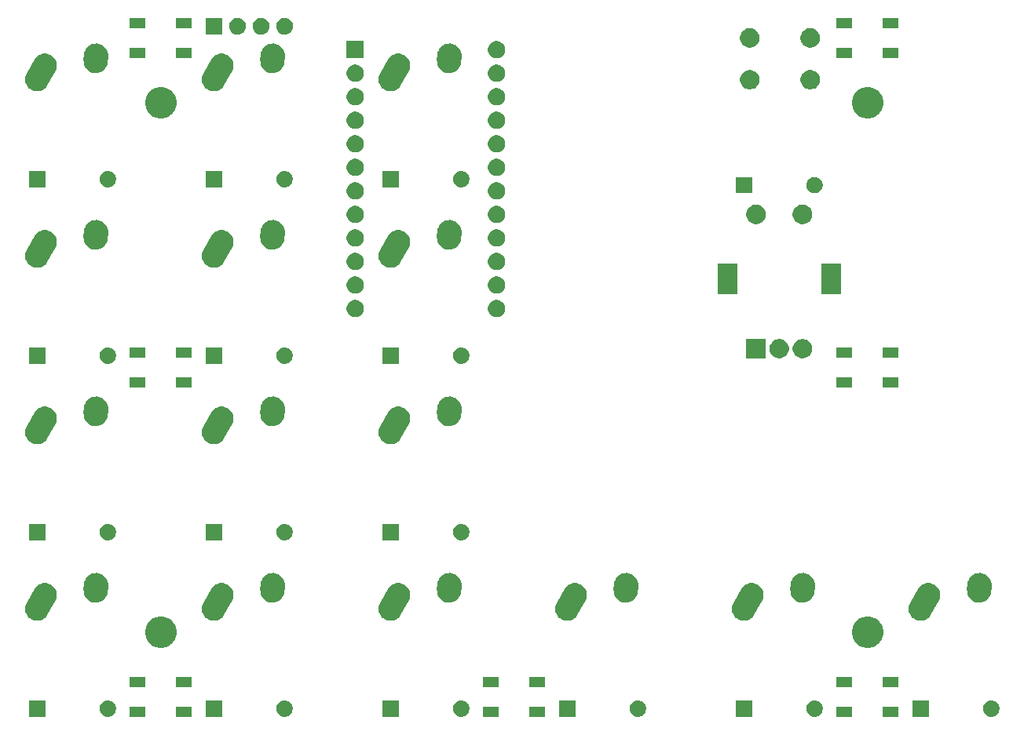
<source format=gbr>
G04 #@! TF.GenerationSoftware,KiCad,Pcbnew,(5.1.5)-3*
G04 #@! TF.CreationDate,2020-09-13T20:53:21+03:00*
G04 #@! TF.ProjectId,taro,7461726f-2e6b-4696-9361-645f70636258,rev?*
G04 #@! TF.SameCoordinates,Original*
G04 #@! TF.FileFunction,Soldermask,Bot*
G04 #@! TF.FilePolarity,Negative*
%FSLAX46Y46*%
G04 Gerber Fmt 4.6, Leading zero omitted, Abs format (unit mm)*
G04 Created by KiCad (PCBNEW (5.1.5)-3) date 2020-09-13 20:53:21*
%MOMM*%
%LPD*%
G04 APERTURE LIST*
%ADD10C,0.150000*%
G04 APERTURE END LIST*
D10*
G36*
X143051000Y-139311000D02*
G01*
X141349000Y-139311000D01*
X141349000Y-138209000D01*
X143051000Y-138209000D01*
X143051000Y-139311000D01*
G37*
G36*
X61851000Y-139311000D02*
G01*
X60149000Y-139311000D01*
X60149000Y-138209000D01*
X61851000Y-138209000D01*
X61851000Y-139311000D01*
G37*
G36*
X66851000Y-139311000D02*
G01*
X65149000Y-139311000D01*
X65149000Y-138209000D01*
X66851000Y-138209000D01*
X66851000Y-139311000D01*
G37*
G36*
X99951000Y-139311000D02*
G01*
X98249000Y-139311000D01*
X98249000Y-138209000D01*
X99951000Y-138209000D01*
X99951000Y-139311000D01*
G37*
G36*
X104951000Y-139311000D02*
G01*
X103249000Y-139311000D01*
X103249000Y-138209000D01*
X104951000Y-138209000D01*
X104951000Y-139311000D01*
G37*
G36*
X138051000Y-139311000D02*
G01*
X136349000Y-139311000D01*
X136349000Y-138209000D01*
X138051000Y-138209000D01*
X138051000Y-139311000D01*
G37*
G36*
X153205997Y-137570342D02*
G01*
X153290666Y-137587183D01*
X153356738Y-137614551D01*
X153450177Y-137653255D01*
X153593736Y-137749178D01*
X153715822Y-137871264D01*
X153811745Y-138014823D01*
X153877817Y-138174335D01*
X153911500Y-138343671D01*
X153911500Y-138516329D01*
X153877817Y-138685665D01*
X153811745Y-138845177D01*
X153715822Y-138988736D01*
X153593736Y-139110822D01*
X153450177Y-139206745D01*
X153356738Y-139245449D01*
X153290666Y-139272817D01*
X153205997Y-139289659D01*
X153121329Y-139306500D01*
X152948671Y-139306500D01*
X152864003Y-139289659D01*
X152779334Y-139272817D01*
X152713262Y-139245449D01*
X152619823Y-139206745D01*
X152476264Y-139110822D01*
X152354178Y-138988736D01*
X152258255Y-138845177D01*
X152192183Y-138685665D01*
X152158500Y-138516329D01*
X152158500Y-138343671D01*
X152192183Y-138174335D01*
X152258255Y-138014823D01*
X152354178Y-137871264D01*
X152476264Y-137749178D01*
X152619823Y-137653255D01*
X152713262Y-137614551D01*
X152779334Y-137587183D01*
X152864003Y-137570342D01*
X152948671Y-137553500D01*
X153121329Y-137553500D01*
X153205997Y-137570342D01*
G37*
G36*
X146291500Y-139306500D02*
G01*
X144538500Y-139306500D01*
X144538500Y-137553500D01*
X146291500Y-137553500D01*
X146291500Y-139306500D01*
G37*
G36*
X134155997Y-137570342D02*
G01*
X134240666Y-137587183D01*
X134306738Y-137614551D01*
X134400177Y-137653255D01*
X134543736Y-137749178D01*
X134665822Y-137871264D01*
X134761745Y-138014823D01*
X134827817Y-138174335D01*
X134861500Y-138343671D01*
X134861500Y-138516329D01*
X134827817Y-138685665D01*
X134761745Y-138845177D01*
X134665822Y-138988736D01*
X134543736Y-139110822D01*
X134400177Y-139206745D01*
X134306738Y-139245449D01*
X134240666Y-139272817D01*
X134155997Y-139289659D01*
X134071329Y-139306500D01*
X133898671Y-139306500D01*
X133814003Y-139289659D01*
X133729334Y-139272817D01*
X133663262Y-139245449D01*
X133569823Y-139206745D01*
X133426264Y-139110822D01*
X133304178Y-138988736D01*
X133208255Y-138845177D01*
X133142183Y-138685665D01*
X133108500Y-138516329D01*
X133108500Y-138343671D01*
X133142183Y-138174335D01*
X133208255Y-138014823D01*
X133304178Y-137871264D01*
X133426264Y-137749178D01*
X133569823Y-137653255D01*
X133663262Y-137614551D01*
X133729334Y-137587183D01*
X133814003Y-137570342D01*
X133898671Y-137553500D01*
X134071329Y-137553500D01*
X134155997Y-137570342D01*
G37*
G36*
X51041500Y-139306500D02*
G01*
X49288500Y-139306500D01*
X49288500Y-137553500D01*
X51041500Y-137553500D01*
X51041500Y-139306500D01*
G37*
G36*
X57955997Y-137570342D02*
G01*
X58040666Y-137587183D01*
X58106738Y-137614551D01*
X58200177Y-137653255D01*
X58343736Y-137749178D01*
X58465822Y-137871264D01*
X58561745Y-138014823D01*
X58627817Y-138174335D01*
X58661500Y-138343671D01*
X58661500Y-138516329D01*
X58627817Y-138685665D01*
X58561745Y-138845177D01*
X58465822Y-138988736D01*
X58343736Y-139110822D01*
X58200177Y-139206745D01*
X58106738Y-139245449D01*
X58040666Y-139272817D01*
X57955997Y-139289659D01*
X57871329Y-139306500D01*
X57698671Y-139306500D01*
X57614003Y-139289659D01*
X57529334Y-139272817D01*
X57463262Y-139245449D01*
X57369823Y-139206745D01*
X57226264Y-139110822D01*
X57104178Y-138988736D01*
X57008255Y-138845177D01*
X56942183Y-138685665D01*
X56908500Y-138516329D01*
X56908500Y-138343671D01*
X56942183Y-138174335D01*
X57008255Y-138014823D01*
X57104178Y-137871264D01*
X57226264Y-137749178D01*
X57369823Y-137653255D01*
X57463262Y-137614551D01*
X57529334Y-137587183D01*
X57614003Y-137570342D01*
X57698671Y-137553500D01*
X57871329Y-137553500D01*
X57955997Y-137570342D01*
G37*
G36*
X115105997Y-137570342D02*
G01*
X115190666Y-137587183D01*
X115256738Y-137614551D01*
X115350177Y-137653255D01*
X115493736Y-137749178D01*
X115615822Y-137871264D01*
X115711745Y-138014823D01*
X115777817Y-138174335D01*
X115811500Y-138343671D01*
X115811500Y-138516329D01*
X115777817Y-138685665D01*
X115711745Y-138845177D01*
X115615822Y-138988736D01*
X115493736Y-139110822D01*
X115350177Y-139206745D01*
X115256738Y-139245449D01*
X115190666Y-139272817D01*
X115105997Y-139289659D01*
X115021329Y-139306500D01*
X114848671Y-139306500D01*
X114764003Y-139289659D01*
X114679334Y-139272817D01*
X114613262Y-139245449D01*
X114519823Y-139206745D01*
X114376264Y-139110822D01*
X114254178Y-138988736D01*
X114158255Y-138845177D01*
X114092183Y-138685665D01*
X114058500Y-138516329D01*
X114058500Y-138343671D01*
X114092183Y-138174335D01*
X114158255Y-138014823D01*
X114254178Y-137871264D01*
X114376264Y-137749178D01*
X114519823Y-137653255D01*
X114613262Y-137614551D01*
X114679334Y-137587183D01*
X114764003Y-137570342D01*
X114848671Y-137553500D01*
X115021329Y-137553500D01*
X115105997Y-137570342D01*
G37*
G36*
X96055997Y-137570342D02*
G01*
X96140666Y-137587183D01*
X96206738Y-137614551D01*
X96300177Y-137653255D01*
X96443736Y-137749178D01*
X96565822Y-137871264D01*
X96661745Y-138014823D01*
X96727817Y-138174335D01*
X96761500Y-138343671D01*
X96761500Y-138516329D01*
X96727817Y-138685665D01*
X96661745Y-138845177D01*
X96565822Y-138988736D01*
X96443736Y-139110822D01*
X96300177Y-139206745D01*
X96206738Y-139245449D01*
X96140666Y-139272817D01*
X96055997Y-139289659D01*
X95971329Y-139306500D01*
X95798671Y-139306500D01*
X95714003Y-139289659D01*
X95629334Y-139272817D01*
X95563262Y-139245449D01*
X95469823Y-139206745D01*
X95326264Y-139110822D01*
X95204178Y-138988736D01*
X95108255Y-138845177D01*
X95042183Y-138685665D01*
X95008500Y-138516329D01*
X95008500Y-138343671D01*
X95042183Y-138174335D01*
X95108255Y-138014823D01*
X95204178Y-137871264D01*
X95326264Y-137749178D01*
X95469823Y-137653255D01*
X95563262Y-137614551D01*
X95629334Y-137587183D01*
X95714003Y-137570342D01*
X95798671Y-137553500D01*
X95971329Y-137553500D01*
X96055997Y-137570342D01*
G37*
G36*
X89141500Y-139306500D02*
G01*
X87388500Y-139306500D01*
X87388500Y-137553500D01*
X89141500Y-137553500D01*
X89141500Y-139306500D01*
G37*
G36*
X70091500Y-139306500D02*
G01*
X68338500Y-139306500D01*
X68338500Y-137553500D01*
X70091500Y-137553500D01*
X70091500Y-139306500D01*
G37*
G36*
X77005997Y-137570342D02*
G01*
X77090666Y-137587183D01*
X77156738Y-137614551D01*
X77250177Y-137653255D01*
X77393736Y-137749178D01*
X77515822Y-137871264D01*
X77611745Y-138014823D01*
X77677817Y-138174335D01*
X77711500Y-138343671D01*
X77711500Y-138516329D01*
X77677817Y-138685665D01*
X77611745Y-138845177D01*
X77515822Y-138988736D01*
X77393736Y-139110822D01*
X77250177Y-139206745D01*
X77156738Y-139245449D01*
X77090666Y-139272817D01*
X77005997Y-139289659D01*
X76921329Y-139306500D01*
X76748671Y-139306500D01*
X76664003Y-139289659D01*
X76579334Y-139272817D01*
X76513262Y-139245449D01*
X76419823Y-139206745D01*
X76276264Y-139110822D01*
X76154178Y-138988736D01*
X76058255Y-138845177D01*
X75992183Y-138685665D01*
X75958500Y-138516329D01*
X75958500Y-138343671D01*
X75992183Y-138174335D01*
X76058255Y-138014823D01*
X76154178Y-137871264D01*
X76276264Y-137749178D01*
X76419823Y-137653255D01*
X76513262Y-137614551D01*
X76579334Y-137587183D01*
X76664003Y-137570342D01*
X76748671Y-137553500D01*
X76921329Y-137553500D01*
X77005997Y-137570342D01*
G37*
G36*
X127241500Y-139306500D02*
G01*
X125488500Y-139306500D01*
X125488500Y-137553500D01*
X127241500Y-137553500D01*
X127241500Y-139306500D01*
G37*
G36*
X108191500Y-139306500D02*
G01*
X106438500Y-139306500D01*
X106438500Y-137553500D01*
X108191500Y-137553500D01*
X108191500Y-139306500D01*
G37*
G36*
X61851000Y-136111000D02*
G01*
X60149000Y-136111000D01*
X60149000Y-135009000D01*
X61851000Y-135009000D01*
X61851000Y-136111000D01*
G37*
G36*
X66851000Y-136111000D02*
G01*
X65149000Y-136111000D01*
X65149000Y-135009000D01*
X66851000Y-135009000D01*
X66851000Y-136111000D01*
G37*
G36*
X138051000Y-136111000D02*
G01*
X136349000Y-136111000D01*
X136349000Y-135009000D01*
X138051000Y-135009000D01*
X138051000Y-136111000D01*
G37*
G36*
X104951000Y-136111000D02*
G01*
X103249000Y-136111000D01*
X103249000Y-135009000D01*
X104951000Y-135009000D01*
X104951000Y-136111000D01*
G37*
G36*
X99951000Y-136111000D02*
G01*
X98249000Y-136111000D01*
X98249000Y-135009000D01*
X99951000Y-135009000D01*
X99951000Y-136111000D01*
G37*
G36*
X143051000Y-136111000D02*
G01*
X141349000Y-136111000D01*
X141349000Y-135009000D01*
X143051000Y-135009000D01*
X143051000Y-136111000D01*
G37*
G36*
X140196162Y-128539368D02*
G01*
X140505724Y-128667593D01*
X140505725Y-128667594D01*
X140784324Y-128853747D01*
X141021253Y-129090676D01*
X141145637Y-129276830D01*
X141207407Y-129369276D01*
X141335632Y-129678838D01*
X141401000Y-130007465D01*
X141401000Y-130342535D01*
X141335632Y-130671162D01*
X141207407Y-130980724D01*
X141207406Y-130980725D01*
X141021253Y-131259324D01*
X140784324Y-131496253D01*
X140598170Y-131620637D01*
X140505724Y-131682407D01*
X140196162Y-131810632D01*
X139867535Y-131876000D01*
X139532465Y-131876000D01*
X139203838Y-131810632D01*
X138894276Y-131682407D01*
X138801830Y-131620637D01*
X138615676Y-131496253D01*
X138378747Y-131259324D01*
X138192594Y-130980725D01*
X138192593Y-130980724D01*
X138064368Y-130671162D01*
X137999000Y-130342535D01*
X137999000Y-130007465D01*
X138064368Y-129678838D01*
X138192593Y-129369276D01*
X138254363Y-129276830D01*
X138378747Y-129090676D01*
X138615676Y-128853747D01*
X138894275Y-128667594D01*
X138894276Y-128667593D01*
X139203838Y-128539368D01*
X139532465Y-128474000D01*
X139867535Y-128474000D01*
X140196162Y-128539368D01*
G37*
G36*
X63996162Y-128539368D02*
G01*
X64305724Y-128667593D01*
X64305725Y-128667594D01*
X64584324Y-128853747D01*
X64821253Y-129090676D01*
X64945637Y-129276830D01*
X65007407Y-129369276D01*
X65135632Y-129678838D01*
X65201000Y-130007465D01*
X65201000Y-130342535D01*
X65135632Y-130671162D01*
X65007407Y-130980724D01*
X65007406Y-130980725D01*
X64821253Y-131259324D01*
X64584324Y-131496253D01*
X64398170Y-131620637D01*
X64305724Y-131682407D01*
X63996162Y-131810632D01*
X63667535Y-131876000D01*
X63332465Y-131876000D01*
X63003838Y-131810632D01*
X62694276Y-131682407D01*
X62601830Y-131620637D01*
X62415676Y-131496253D01*
X62178747Y-131259324D01*
X61992594Y-130980725D01*
X61992593Y-130980724D01*
X61864368Y-130671162D01*
X61799000Y-130342535D01*
X61799000Y-130007465D01*
X61864368Y-129678838D01*
X61992593Y-129369276D01*
X62054363Y-129276830D01*
X62178747Y-129090676D01*
X62415676Y-128853747D01*
X62694275Y-128667594D01*
X62694276Y-128667593D01*
X63003838Y-128539368D01*
X63332465Y-128474000D01*
X63667535Y-128474000D01*
X63996162Y-128539368D01*
G37*
G36*
X89224575Y-124876286D02*
G01*
X89475086Y-124930333D01*
X89608357Y-124988074D01*
X89710239Y-125032215D01*
X89821688Y-125109314D01*
X89920996Y-125178014D01*
X89920998Y-125178016D01*
X90099262Y-125362130D01*
X90238180Y-125577483D01*
X90332419Y-125815804D01*
X90365019Y-125994753D01*
X90378351Y-126067928D01*
X90374213Y-126324169D01*
X90320166Y-126574680D01*
X90243813Y-126750911D01*
X89370846Y-128322549D01*
X89261579Y-128480497D01*
X89261577Y-128480499D01*
X89077463Y-128658763D01*
X88892953Y-128777785D01*
X88862108Y-128797682D01*
X88839546Y-128806603D01*
X88623789Y-128891920D01*
X88444840Y-128924520D01*
X88371665Y-128937852D01*
X88115425Y-128933714D01*
X87864914Y-128879667D01*
X87731643Y-128821926D01*
X87629761Y-128777785D01*
X87470477Y-128667594D01*
X87419004Y-128631986D01*
X87329329Y-128539368D01*
X87240738Y-128447870D01*
X87101820Y-128232517D01*
X87007581Y-127994196D01*
X86974981Y-127815247D01*
X86961649Y-127742072D01*
X86965787Y-127485832D01*
X87019834Y-127235321D01*
X87096187Y-127059090D01*
X87969154Y-125487451D01*
X88078421Y-125329503D01*
X88078423Y-125329501D01*
X88262537Y-125151237D01*
X88477889Y-125012318D01*
X88716210Y-124918080D01*
X88895159Y-124885480D01*
X88968334Y-124872148D01*
X89224575Y-124876286D01*
G37*
G36*
X146374575Y-124876286D02*
G01*
X146625086Y-124930333D01*
X146758357Y-124988074D01*
X146860239Y-125032215D01*
X146971688Y-125109314D01*
X147070996Y-125178014D01*
X147070998Y-125178016D01*
X147249262Y-125362130D01*
X147388180Y-125577483D01*
X147482419Y-125815804D01*
X147515019Y-125994753D01*
X147528351Y-126067928D01*
X147524213Y-126324169D01*
X147470166Y-126574680D01*
X147393813Y-126750911D01*
X146520846Y-128322549D01*
X146411579Y-128480497D01*
X146411577Y-128480499D01*
X146227463Y-128658763D01*
X146042953Y-128777785D01*
X146012108Y-128797682D01*
X145989546Y-128806603D01*
X145773789Y-128891920D01*
X145594840Y-128924520D01*
X145521665Y-128937852D01*
X145265425Y-128933714D01*
X145014914Y-128879667D01*
X144881643Y-128821926D01*
X144779761Y-128777785D01*
X144620477Y-128667594D01*
X144569004Y-128631986D01*
X144479329Y-128539368D01*
X144390738Y-128447870D01*
X144251820Y-128232517D01*
X144157581Y-127994196D01*
X144124981Y-127815247D01*
X144111649Y-127742072D01*
X144115787Y-127485832D01*
X144169834Y-127235321D01*
X144246187Y-127059090D01*
X145119154Y-125487451D01*
X145228421Y-125329503D01*
X145228423Y-125329501D01*
X145412537Y-125151237D01*
X145627889Y-125012318D01*
X145866210Y-124918080D01*
X146045159Y-124885480D01*
X146118334Y-124872148D01*
X146374575Y-124876286D01*
G37*
G36*
X70174575Y-124876286D02*
G01*
X70425086Y-124930333D01*
X70558357Y-124988074D01*
X70660239Y-125032215D01*
X70771688Y-125109314D01*
X70870996Y-125178014D01*
X70870998Y-125178016D01*
X71049262Y-125362130D01*
X71188180Y-125577483D01*
X71282419Y-125815804D01*
X71315019Y-125994753D01*
X71328351Y-126067928D01*
X71324213Y-126324169D01*
X71270166Y-126574680D01*
X71193813Y-126750911D01*
X70320846Y-128322549D01*
X70211579Y-128480497D01*
X70211577Y-128480499D01*
X70027463Y-128658763D01*
X69842953Y-128777785D01*
X69812108Y-128797682D01*
X69789546Y-128806603D01*
X69573789Y-128891920D01*
X69394840Y-128924520D01*
X69321665Y-128937852D01*
X69065425Y-128933714D01*
X68814914Y-128879667D01*
X68681643Y-128821926D01*
X68579761Y-128777785D01*
X68420477Y-128667594D01*
X68369004Y-128631986D01*
X68279329Y-128539368D01*
X68190738Y-128447870D01*
X68051820Y-128232517D01*
X67957581Y-127994196D01*
X67924981Y-127815247D01*
X67911649Y-127742072D01*
X67915787Y-127485832D01*
X67969834Y-127235321D01*
X68046187Y-127059090D01*
X68919154Y-125487451D01*
X69028421Y-125329503D01*
X69028423Y-125329501D01*
X69212537Y-125151237D01*
X69427889Y-125012318D01*
X69666210Y-124918080D01*
X69845159Y-124885480D01*
X69918334Y-124872148D01*
X70174575Y-124876286D01*
G37*
G36*
X51124575Y-124876286D02*
G01*
X51375086Y-124930333D01*
X51508357Y-124988074D01*
X51610239Y-125032215D01*
X51721688Y-125109314D01*
X51820996Y-125178014D01*
X51820998Y-125178016D01*
X51999262Y-125362130D01*
X52138180Y-125577483D01*
X52232419Y-125815804D01*
X52265019Y-125994753D01*
X52278351Y-126067928D01*
X52274213Y-126324169D01*
X52220166Y-126574680D01*
X52143813Y-126750911D01*
X51270846Y-128322549D01*
X51161579Y-128480497D01*
X51161577Y-128480499D01*
X50977463Y-128658763D01*
X50792953Y-128777785D01*
X50762108Y-128797682D01*
X50739546Y-128806603D01*
X50523789Y-128891920D01*
X50344840Y-128924520D01*
X50271665Y-128937852D01*
X50015425Y-128933714D01*
X49764914Y-128879667D01*
X49631643Y-128821926D01*
X49529761Y-128777785D01*
X49370477Y-128667594D01*
X49319004Y-128631986D01*
X49229329Y-128539368D01*
X49140738Y-128447870D01*
X49001820Y-128232517D01*
X48907581Y-127994196D01*
X48874981Y-127815247D01*
X48861649Y-127742072D01*
X48865787Y-127485832D01*
X48919834Y-127235321D01*
X48996187Y-127059090D01*
X49869154Y-125487451D01*
X49978421Y-125329503D01*
X49978423Y-125329501D01*
X50162537Y-125151237D01*
X50377889Y-125012318D01*
X50616210Y-124918080D01*
X50795159Y-124885480D01*
X50868334Y-124872148D01*
X51124575Y-124876286D01*
G37*
G36*
X108274575Y-124876286D02*
G01*
X108525086Y-124930333D01*
X108658357Y-124988074D01*
X108760239Y-125032215D01*
X108871688Y-125109314D01*
X108970996Y-125178014D01*
X108970998Y-125178016D01*
X109149262Y-125362130D01*
X109288180Y-125577483D01*
X109382419Y-125815804D01*
X109415019Y-125994753D01*
X109428351Y-126067928D01*
X109424213Y-126324169D01*
X109370166Y-126574680D01*
X109293813Y-126750911D01*
X108420846Y-128322549D01*
X108311579Y-128480497D01*
X108311577Y-128480499D01*
X108127463Y-128658763D01*
X107942953Y-128777785D01*
X107912108Y-128797682D01*
X107889546Y-128806603D01*
X107673789Y-128891920D01*
X107494840Y-128924520D01*
X107421665Y-128937852D01*
X107165425Y-128933714D01*
X106914914Y-128879667D01*
X106781643Y-128821926D01*
X106679761Y-128777785D01*
X106520477Y-128667594D01*
X106469004Y-128631986D01*
X106379329Y-128539368D01*
X106290738Y-128447870D01*
X106151820Y-128232517D01*
X106057581Y-127994196D01*
X106024981Y-127815247D01*
X106011649Y-127742072D01*
X106015787Y-127485832D01*
X106069834Y-127235321D01*
X106146187Y-127059090D01*
X107019154Y-125487451D01*
X107128421Y-125329503D01*
X107128423Y-125329501D01*
X107312537Y-125151237D01*
X107527889Y-125012318D01*
X107766210Y-124918080D01*
X107945159Y-124885480D01*
X108018334Y-124872148D01*
X108274575Y-124876286D01*
G37*
G36*
X127324575Y-124876286D02*
G01*
X127575086Y-124930333D01*
X127708357Y-124988074D01*
X127810239Y-125032215D01*
X127921688Y-125109314D01*
X128020996Y-125178014D01*
X128020998Y-125178016D01*
X128199262Y-125362130D01*
X128338180Y-125577483D01*
X128432419Y-125815804D01*
X128465019Y-125994753D01*
X128478351Y-126067928D01*
X128474213Y-126324169D01*
X128420166Y-126574680D01*
X128343813Y-126750911D01*
X127470846Y-128322549D01*
X127361579Y-128480497D01*
X127361577Y-128480499D01*
X127177463Y-128658763D01*
X126992953Y-128777785D01*
X126962108Y-128797682D01*
X126939546Y-128806603D01*
X126723789Y-128891920D01*
X126544840Y-128924520D01*
X126471665Y-128937852D01*
X126215425Y-128933714D01*
X125964914Y-128879667D01*
X125831643Y-128821926D01*
X125729761Y-128777785D01*
X125570477Y-128667594D01*
X125519004Y-128631986D01*
X125429329Y-128539368D01*
X125340738Y-128447870D01*
X125201820Y-128232517D01*
X125107581Y-127994196D01*
X125074981Y-127815247D01*
X125061649Y-127742072D01*
X125065787Y-127485832D01*
X125119834Y-127235321D01*
X125196187Y-127059090D01*
X126069154Y-125487451D01*
X126178421Y-125329503D01*
X126178423Y-125329501D01*
X126362537Y-125151237D01*
X126577889Y-125012318D01*
X126816210Y-124918080D01*
X126995159Y-124885480D01*
X127068334Y-124872148D01*
X127324575Y-124876286D01*
G37*
G36*
X133056379Y-123833813D02*
G01*
X133295991Y-123924713D01*
X133513265Y-124060613D01*
X133699852Y-124236288D01*
X133811209Y-124392550D01*
X133848580Y-124444990D01*
X133953735Y-124678697D01*
X133953736Y-124678701D01*
X134011276Y-124928428D01*
X134017058Y-125120394D01*
X134002802Y-125329501D01*
X133968916Y-125826571D01*
X133937135Y-126015983D01*
X133846235Y-126255595D01*
X133802817Y-126325010D01*
X133710335Y-126472869D01*
X133534660Y-126659456D01*
X133378398Y-126770813D01*
X133325958Y-126808184D01*
X133092251Y-126913339D01*
X133092247Y-126913340D01*
X132842521Y-126970880D01*
X132586366Y-126978594D01*
X132586362Y-126978594D01*
X132333621Y-126936187D01*
X132094009Y-126845287D01*
X131876735Y-126709387D01*
X131823703Y-126659456D01*
X131690148Y-126533712D01*
X131578791Y-126377450D01*
X131541420Y-126325010D01*
X131436265Y-126091303D01*
X131378724Y-125841571D01*
X131377948Y-125815804D01*
X131372942Y-125649608D01*
X131421084Y-124943428D01*
X131433044Y-124872148D01*
X131452865Y-124754017D01*
X131543765Y-124514405D01*
X131679665Y-124297131D01*
X131736950Y-124236288D01*
X131855340Y-124110544D01*
X132011602Y-123999187D01*
X132064042Y-123961816D01*
X132297749Y-123856661D01*
X132297753Y-123856660D01*
X132547479Y-123799120D01*
X132803634Y-123791406D01*
X132803638Y-123791406D01*
X133056379Y-123833813D01*
G37*
G36*
X75906379Y-123833813D02*
G01*
X76145991Y-123924713D01*
X76363265Y-124060613D01*
X76549852Y-124236288D01*
X76661209Y-124392550D01*
X76698580Y-124444990D01*
X76803735Y-124678697D01*
X76803736Y-124678701D01*
X76861276Y-124928428D01*
X76867058Y-125120394D01*
X76852802Y-125329501D01*
X76818916Y-125826571D01*
X76787135Y-126015983D01*
X76696235Y-126255595D01*
X76652817Y-126325010D01*
X76560335Y-126472869D01*
X76384660Y-126659456D01*
X76228398Y-126770813D01*
X76175958Y-126808184D01*
X75942251Y-126913339D01*
X75942247Y-126913340D01*
X75692521Y-126970880D01*
X75436366Y-126978594D01*
X75436362Y-126978594D01*
X75183621Y-126936187D01*
X74944009Y-126845287D01*
X74726735Y-126709387D01*
X74673703Y-126659456D01*
X74540148Y-126533712D01*
X74428791Y-126377450D01*
X74391420Y-126325010D01*
X74286265Y-126091303D01*
X74228724Y-125841571D01*
X74227948Y-125815804D01*
X74222942Y-125649608D01*
X74271084Y-124943428D01*
X74283044Y-124872148D01*
X74302865Y-124754017D01*
X74393765Y-124514405D01*
X74529665Y-124297131D01*
X74586950Y-124236288D01*
X74705340Y-124110544D01*
X74861602Y-123999187D01*
X74914042Y-123961816D01*
X75147749Y-123856661D01*
X75147753Y-123856660D01*
X75397479Y-123799120D01*
X75653634Y-123791406D01*
X75653638Y-123791406D01*
X75906379Y-123833813D01*
G37*
G36*
X152106379Y-123833813D02*
G01*
X152345991Y-123924713D01*
X152563265Y-124060613D01*
X152749852Y-124236288D01*
X152861209Y-124392550D01*
X152898580Y-124444990D01*
X153003735Y-124678697D01*
X153003736Y-124678701D01*
X153061276Y-124928428D01*
X153067058Y-125120394D01*
X153052802Y-125329501D01*
X153018916Y-125826571D01*
X152987135Y-126015983D01*
X152896235Y-126255595D01*
X152852817Y-126325010D01*
X152760335Y-126472869D01*
X152584660Y-126659456D01*
X152428398Y-126770813D01*
X152375958Y-126808184D01*
X152142251Y-126913339D01*
X152142247Y-126913340D01*
X151892521Y-126970880D01*
X151636366Y-126978594D01*
X151636362Y-126978594D01*
X151383621Y-126936187D01*
X151144009Y-126845287D01*
X150926735Y-126709387D01*
X150873703Y-126659456D01*
X150740148Y-126533712D01*
X150628791Y-126377450D01*
X150591420Y-126325010D01*
X150486265Y-126091303D01*
X150428724Y-125841571D01*
X150427948Y-125815804D01*
X150422942Y-125649608D01*
X150471084Y-124943428D01*
X150483044Y-124872148D01*
X150502865Y-124754017D01*
X150593765Y-124514405D01*
X150729665Y-124297131D01*
X150786950Y-124236288D01*
X150905340Y-124110544D01*
X151061602Y-123999187D01*
X151114042Y-123961816D01*
X151347749Y-123856661D01*
X151347753Y-123856660D01*
X151597479Y-123799120D01*
X151853634Y-123791406D01*
X151853638Y-123791406D01*
X152106379Y-123833813D01*
G37*
G36*
X114006379Y-123833813D02*
G01*
X114245991Y-123924713D01*
X114463265Y-124060613D01*
X114649852Y-124236288D01*
X114761209Y-124392550D01*
X114798580Y-124444990D01*
X114903735Y-124678697D01*
X114903736Y-124678701D01*
X114961276Y-124928428D01*
X114967058Y-125120394D01*
X114952802Y-125329501D01*
X114918916Y-125826571D01*
X114887135Y-126015983D01*
X114796235Y-126255595D01*
X114752817Y-126325010D01*
X114660335Y-126472869D01*
X114484660Y-126659456D01*
X114328398Y-126770813D01*
X114275958Y-126808184D01*
X114042251Y-126913339D01*
X114042247Y-126913340D01*
X113792521Y-126970880D01*
X113536366Y-126978594D01*
X113536362Y-126978594D01*
X113283621Y-126936187D01*
X113044009Y-126845287D01*
X112826735Y-126709387D01*
X112773703Y-126659456D01*
X112640148Y-126533712D01*
X112528791Y-126377450D01*
X112491420Y-126325010D01*
X112386265Y-126091303D01*
X112328724Y-125841571D01*
X112327948Y-125815804D01*
X112322942Y-125649608D01*
X112371084Y-124943428D01*
X112383044Y-124872148D01*
X112402865Y-124754017D01*
X112493765Y-124514405D01*
X112629665Y-124297131D01*
X112686950Y-124236288D01*
X112805340Y-124110544D01*
X112961602Y-123999187D01*
X113014042Y-123961816D01*
X113247749Y-123856661D01*
X113247753Y-123856660D01*
X113497479Y-123799120D01*
X113753634Y-123791406D01*
X113753638Y-123791406D01*
X114006379Y-123833813D01*
G37*
G36*
X94956379Y-123833813D02*
G01*
X95195991Y-123924713D01*
X95413265Y-124060613D01*
X95599852Y-124236288D01*
X95711209Y-124392550D01*
X95748580Y-124444990D01*
X95853735Y-124678697D01*
X95853736Y-124678701D01*
X95911276Y-124928428D01*
X95917058Y-125120394D01*
X95902802Y-125329501D01*
X95868916Y-125826571D01*
X95837135Y-126015983D01*
X95746235Y-126255595D01*
X95702817Y-126325010D01*
X95610335Y-126472869D01*
X95434660Y-126659456D01*
X95278398Y-126770813D01*
X95225958Y-126808184D01*
X94992251Y-126913339D01*
X94992247Y-126913340D01*
X94742521Y-126970880D01*
X94486366Y-126978594D01*
X94486362Y-126978594D01*
X94233621Y-126936187D01*
X93994009Y-126845287D01*
X93776735Y-126709387D01*
X93723703Y-126659456D01*
X93590148Y-126533712D01*
X93478791Y-126377450D01*
X93441420Y-126325010D01*
X93336265Y-126091303D01*
X93278724Y-125841571D01*
X93277948Y-125815804D01*
X93272942Y-125649608D01*
X93321084Y-124943428D01*
X93333044Y-124872148D01*
X93352865Y-124754017D01*
X93443765Y-124514405D01*
X93579665Y-124297131D01*
X93636950Y-124236288D01*
X93755340Y-124110544D01*
X93911602Y-123999187D01*
X93964042Y-123961816D01*
X94197749Y-123856661D01*
X94197753Y-123856660D01*
X94447479Y-123799120D01*
X94703634Y-123791406D01*
X94703638Y-123791406D01*
X94956379Y-123833813D01*
G37*
G36*
X56856379Y-123833813D02*
G01*
X57095991Y-123924713D01*
X57313265Y-124060613D01*
X57499852Y-124236288D01*
X57611209Y-124392550D01*
X57648580Y-124444990D01*
X57753735Y-124678697D01*
X57753736Y-124678701D01*
X57811276Y-124928428D01*
X57817058Y-125120394D01*
X57802802Y-125329501D01*
X57768916Y-125826571D01*
X57737135Y-126015983D01*
X57646235Y-126255595D01*
X57602817Y-126325010D01*
X57510335Y-126472869D01*
X57334660Y-126659456D01*
X57178398Y-126770813D01*
X57125958Y-126808184D01*
X56892251Y-126913339D01*
X56892247Y-126913340D01*
X56642521Y-126970880D01*
X56386366Y-126978594D01*
X56386362Y-126978594D01*
X56133621Y-126936187D01*
X55894009Y-126845287D01*
X55676735Y-126709387D01*
X55623703Y-126659456D01*
X55490148Y-126533712D01*
X55378791Y-126377450D01*
X55341420Y-126325010D01*
X55236265Y-126091303D01*
X55178724Y-125841571D01*
X55177948Y-125815804D01*
X55172942Y-125649608D01*
X55221084Y-124943428D01*
X55233044Y-124872148D01*
X55252865Y-124754017D01*
X55343765Y-124514405D01*
X55479665Y-124297131D01*
X55536950Y-124236288D01*
X55655340Y-124110544D01*
X55811602Y-123999187D01*
X55864042Y-123961816D01*
X56097749Y-123856661D01*
X56097753Y-123856660D01*
X56347479Y-123799120D01*
X56603634Y-123791406D01*
X56603638Y-123791406D01*
X56856379Y-123833813D01*
G37*
G36*
X51041500Y-120256500D02*
G01*
X49288500Y-120256500D01*
X49288500Y-118503500D01*
X51041500Y-118503500D01*
X51041500Y-120256500D01*
G37*
G36*
X70091500Y-120256500D02*
G01*
X68338500Y-120256500D01*
X68338500Y-118503500D01*
X70091500Y-118503500D01*
X70091500Y-120256500D01*
G37*
G36*
X77005997Y-118520342D02*
G01*
X77090666Y-118537183D01*
X77156738Y-118564551D01*
X77250177Y-118603255D01*
X77393736Y-118699178D01*
X77515822Y-118821264D01*
X77611745Y-118964823D01*
X77677817Y-119124335D01*
X77711500Y-119293671D01*
X77711500Y-119466329D01*
X77677817Y-119635665D01*
X77611745Y-119795177D01*
X77515822Y-119938736D01*
X77393736Y-120060822D01*
X77250177Y-120156745D01*
X77156738Y-120195449D01*
X77090666Y-120222817D01*
X77005997Y-120239659D01*
X76921329Y-120256500D01*
X76748671Y-120256500D01*
X76664003Y-120239659D01*
X76579334Y-120222817D01*
X76513262Y-120195449D01*
X76419823Y-120156745D01*
X76276264Y-120060822D01*
X76154178Y-119938736D01*
X76058255Y-119795177D01*
X75992183Y-119635665D01*
X75958500Y-119466329D01*
X75958500Y-119293671D01*
X75992183Y-119124335D01*
X76058255Y-118964823D01*
X76154178Y-118821264D01*
X76276264Y-118699178D01*
X76419823Y-118603255D01*
X76513262Y-118564551D01*
X76579334Y-118537183D01*
X76664003Y-118520342D01*
X76748671Y-118503500D01*
X76921329Y-118503500D01*
X77005997Y-118520342D01*
G37*
G36*
X57955997Y-118520342D02*
G01*
X58040666Y-118537183D01*
X58106738Y-118564551D01*
X58200177Y-118603255D01*
X58343736Y-118699178D01*
X58465822Y-118821264D01*
X58561745Y-118964823D01*
X58627817Y-119124335D01*
X58661500Y-119293671D01*
X58661500Y-119466329D01*
X58627817Y-119635665D01*
X58561745Y-119795177D01*
X58465822Y-119938736D01*
X58343736Y-120060822D01*
X58200177Y-120156745D01*
X58106738Y-120195449D01*
X58040666Y-120222817D01*
X57955997Y-120239659D01*
X57871329Y-120256500D01*
X57698671Y-120256500D01*
X57614003Y-120239659D01*
X57529334Y-120222817D01*
X57463262Y-120195449D01*
X57369823Y-120156745D01*
X57226264Y-120060822D01*
X57104178Y-119938736D01*
X57008255Y-119795177D01*
X56942183Y-119635665D01*
X56908500Y-119466329D01*
X56908500Y-119293671D01*
X56942183Y-119124335D01*
X57008255Y-118964823D01*
X57104178Y-118821264D01*
X57226264Y-118699178D01*
X57369823Y-118603255D01*
X57463262Y-118564551D01*
X57529334Y-118537183D01*
X57614003Y-118520342D01*
X57698671Y-118503500D01*
X57871329Y-118503500D01*
X57955997Y-118520342D01*
G37*
G36*
X96055997Y-118520342D02*
G01*
X96140666Y-118537183D01*
X96206738Y-118564551D01*
X96300177Y-118603255D01*
X96443736Y-118699178D01*
X96565822Y-118821264D01*
X96661745Y-118964823D01*
X96727817Y-119124335D01*
X96761500Y-119293671D01*
X96761500Y-119466329D01*
X96727817Y-119635665D01*
X96661745Y-119795177D01*
X96565822Y-119938736D01*
X96443736Y-120060822D01*
X96300177Y-120156745D01*
X96206738Y-120195449D01*
X96140666Y-120222817D01*
X96055997Y-120239659D01*
X95971329Y-120256500D01*
X95798671Y-120256500D01*
X95714003Y-120239659D01*
X95629334Y-120222817D01*
X95563262Y-120195449D01*
X95469823Y-120156745D01*
X95326264Y-120060822D01*
X95204178Y-119938736D01*
X95108255Y-119795177D01*
X95042183Y-119635665D01*
X95008500Y-119466329D01*
X95008500Y-119293671D01*
X95042183Y-119124335D01*
X95108255Y-118964823D01*
X95204178Y-118821264D01*
X95326264Y-118699178D01*
X95469823Y-118603255D01*
X95563262Y-118564551D01*
X95629334Y-118537183D01*
X95714003Y-118520342D01*
X95798671Y-118503500D01*
X95971329Y-118503500D01*
X96055997Y-118520342D01*
G37*
G36*
X89141500Y-120256500D02*
G01*
X87388500Y-120256500D01*
X87388500Y-118503500D01*
X89141500Y-118503500D01*
X89141500Y-120256500D01*
G37*
G36*
X89224575Y-105826286D02*
G01*
X89475086Y-105880333D01*
X89608357Y-105938074D01*
X89710239Y-105982215D01*
X89821688Y-106059314D01*
X89920996Y-106128014D01*
X89920998Y-106128016D01*
X90099262Y-106312130D01*
X90238180Y-106527483D01*
X90332419Y-106765804D01*
X90365019Y-106944753D01*
X90378351Y-107017928D01*
X90374213Y-107274169D01*
X90320166Y-107524680D01*
X90243813Y-107700911D01*
X89370846Y-109272549D01*
X89261579Y-109430497D01*
X89261577Y-109430499D01*
X89077463Y-109608763D01*
X88892953Y-109727785D01*
X88862108Y-109747682D01*
X88839546Y-109756603D01*
X88623789Y-109841920D01*
X88444840Y-109874520D01*
X88371665Y-109887852D01*
X88115425Y-109883714D01*
X87864914Y-109829667D01*
X87731643Y-109771926D01*
X87629761Y-109727785D01*
X87518312Y-109650686D01*
X87419004Y-109581986D01*
X87419002Y-109581984D01*
X87240738Y-109397870D01*
X87101820Y-109182517D01*
X87007581Y-108944196D01*
X86974981Y-108765247D01*
X86961649Y-108692072D01*
X86965787Y-108435832D01*
X87019834Y-108185321D01*
X87096187Y-108009090D01*
X87969154Y-106437451D01*
X88078421Y-106279503D01*
X88078423Y-106279501D01*
X88262537Y-106101237D01*
X88477889Y-105962318D01*
X88716210Y-105868080D01*
X88895159Y-105835480D01*
X88968334Y-105822148D01*
X89224575Y-105826286D01*
G37*
G36*
X70174575Y-105826286D02*
G01*
X70425086Y-105880333D01*
X70558357Y-105938074D01*
X70660239Y-105982215D01*
X70771688Y-106059314D01*
X70870996Y-106128014D01*
X70870998Y-106128016D01*
X71049262Y-106312130D01*
X71188180Y-106527483D01*
X71282419Y-106765804D01*
X71315019Y-106944753D01*
X71328351Y-107017928D01*
X71324213Y-107274169D01*
X71270166Y-107524680D01*
X71193813Y-107700911D01*
X70320846Y-109272549D01*
X70211579Y-109430497D01*
X70211577Y-109430499D01*
X70027463Y-109608763D01*
X69842953Y-109727785D01*
X69812108Y-109747682D01*
X69789546Y-109756603D01*
X69573789Y-109841920D01*
X69394840Y-109874520D01*
X69321665Y-109887852D01*
X69065425Y-109883714D01*
X68814914Y-109829667D01*
X68681643Y-109771926D01*
X68579761Y-109727785D01*
X68468312Y-109650686D01*
X68369004Y-109581986D01*
X68369002Y-109581984D01*
X68190738Y-109397870D01*
X68051820Y-109182517D01*
X67957581Y-108944196D01*
X67924981Y-108765247D01*
X67911649Y-108692072D01*
X67915787Y-108435832D01*
X67969834Y-108185321D01*
X68046187Y-108009090D01*
X68919154Y-106437451D01*
X69028421Y-106279503D01*
X69028423Y-106279501D01*
X69212537Y-106101237D01*
X69427889Y-105962318D01*
X69666210Y-105868080D01*
X69845159Y-105835480D01*
X69918334Y-105822148D01*
X70174575Y-105826286D01*
G37*
G36*
X51124575Y-105826286D02*
G01*
X51375086Y-105880333D01*
X51508357Y-105938074D01*
X51610239Y-105982215D01*
X51721688Y-106059314D01*
X51820996Y-106128014D01*
X51820998Y-106128016D01*
X51999262Y-106312130D01*
X52138180Y-106527483D01*
X52232419Y-106765804D01*
X52265019Y-106944753D01*
X52278351Y-107017928D01*
X52274213Y-107274169D01*
X52220166Y-107524680D01*
X52143813Y-107700911D01*
X51270846Y-109272549D01*
X51161579Y-109430497D01*
X51161577Y-109430499D01*
X50977463Y-109608763D01*
X50792953Y-109727785D01*
X50762108Y-109747682D01*
X50739546Y-109756603D01*
X50523789Y-109841920D01*
X50344840Y-109874520D01*
X50271665Y-109887852D01*
X50015425Y-109883714D01*
X49764914Y-109829667D01*
X49631643Y-109771926D01*
X49529761Y-109727785D01*
X49418312Y-109650686D01*
X49319004Y-109581986D01*
X49319002Y-109581984D01*
X49140738Y-109397870D01*
X49001820Y-109182517D01*
X48907581Y-108944196D01*
X48874981Y-108765247D01*
X48861649Y-108692072D01*
X48865787Y-108435832D01*
X48919834Y-108185321D01*
X48996187Y-108009090D01*
X49869154Y-106437451D01*
X49978421Y-106279503D01*
X49978423Y-106279501D01*
X50162537Y-106101237D01*
X50377889Y-105962318D01*
X50616210Y-105868080D01*
X50795159Y-105835480D01*
X50868334Y-105822148D01*
X51124575Y-105826286D01*
G37*
G36*
X94956379Y-104783813D02*
G01*
X95195991Y-104874713D01*
X95413265Y-105010613D01*
X95599852Y-105186288D01*
X95711209Y-105342550D01*
X95748580Y-105394990D01*
X95853735Y-105628697D01*
X95853736Y-105628701D01*
X95911276Y-105878428D01*
X95917058Y-106070394D01*
X95902802Y-106279501D01*
X95868916Y-106776571D01*
X95837135Y-106965983D01*
X95746235Y-107205595D01*
X95702817Y-107275010D01*
X95610335Y-107422869D01*
X95434660Y-107609456D01*
X95278398Y-107720813D01*
X95225958Y-107758184D01*
X94992251Y-107863339D01*
X94992247Y-107863340D01*
X94742521Y-107920880D01*
X94486366Y-107928594D01*
X94486362Y-107928594D01*
X94233621Y-107886187D01*
X93994009Y-107795287D01*
X93776735Y-107659387D01*
X93723703Y-107609456D01*
X93590148Y-107483712D01*
X93478791Y-107327450D01*
X93441420Y-107275010D01*
X93336265Y-107041303D01*
X93278724Y-106791571D01*
X93277948Y-106765804D01*
X93272942Y-106599608D01*
X93321084Y-105893428D01*
X93333044Y-105822148D01*
X93352865Y-105704017D01*
X93443765Y-105464405D01*
X93579665Y-105247131D01*
X93636950Y-105186288D01*
X93755340Y-105060544D01*
X93911602Y-104949187D01*
X93964042Y-104911816D01*
X94197749Y-104806661D01*
X94197753Y-104806660D01*
X94447479Y-104749120D01*
X94703634Y-104741406D01*
X94703638Y-104741406D01*
X94956379Y-104783813D01*
G37*
G36*
X56856379Y-104783813D02*
G01*
X57095991Y-104874713D01*
X57313265Y-105010613D01*
X57499852Y-105186288D01*
X57611209Y-105342550D01*
X57648580Y-105394990D01*
X57753735Y-105628697D01*
X57753736Y-105628701D01*
X57811276Y-105878428D01*
X57817058Y-106070394D01*
X57802802Y-106279501D01*
X57768916Y-106776571D01*
X57737135Y-106965983D01*
X57646235Y-107205595D01*
X57602817Y-107275010D01*
X57510335Y-107422869D01*
X57334660Y-107609456D01*
X57178398Y-107720813D01*
X57125958Y-107758184D01*
X56892251Y-107863339D01*
X56892247Y-107863340D01*
X56642521Y-107920880D01*
X56386366Y-107928594D01*
X56386362Y-107928594D01*
X56133621Y-107886187D01*
X55894009Y-107795287D01*
X55676735Y-107659387D01*
X55623703Y-107609456D01*
X55490148Y-107483712D01*
X55378791Y-107327450D01*
X55341420Y-107275010D01*
X55236265Y-107041303D01*
X55178724Y-106791571D01*
X55177948Y-106765804D01*
X55172942Y-106599608D01*
X55221084Y-105893428D01*
X55233044Y-105822148D01*
X55252865Y-105704017D01*
X55343765Y-105464405D01*
X55479665Y-105247131D01*
X55536950Y-105186288D01*
X55655340Y-105060544D01*
X55811602Y-104949187D01*
X55864042Y-104911816D01*
X56097749Y-104806661D01*
X56097753Y-104806660D01*
X56347479Y-104749120D01*
X56603634Y-104741406D01*
X56603638Y-104741406D01*
X56856379Y-104783813D01*
G37*
G36*
X75906379Y-104783813D02*
G01*
X76145991Y-104874713D01*
X76363265Y-105010613D01*
X76549852Y-105186288D01*
X76661209Y-105342550D01*
X76698580Y-105394990D01*
X76803735Y-105628697D01*
X76803736Y-105628701D01*
X76861276Y-105878428D01*
X76867058Y-106070394D01*
X76852802Y-106279501D01*
X76818916Y-106776571D01*
X76787135Y-106965983D01*
X76696235Y-107205595D01*
X76652817Y-107275010D01*
X76560335Y-107422869D01*
X76384660Y-107609456D01*
X76228398Y-107720813D01*
X76175958Y-107758184D01*
X75942251Y-107863339D01*
X75942247Y-107863340D01*
X75692521Y-107920880D01*
X75436366Y-107928594D01*
X75436362Y-107928594D01*
X75183621Y-107886187D01*
X74944009Y-107795287D01*
X74726735Y-107659387D01*
X74673703Y-107609456D01*
X74540148Y-107483712D01*
X74428791Y-107327450D01*
X74391420Y-107275010D01*
X74286265Y-107041303D01*
X74228724Y-106791571D01*
X74227948Y-106765804D01*
X74222942Y-106599608D01*
X74271084Y-105893428D01*
X74283044Y-105822148D01*
X74302865Y-105704017D01*
X74393765Y-105464405D01*
X74529665Y-105247131D01*
X74586950Y-105186288D01*
X74705340Y-105060544D01*
X74861602Y-104949187D01*
X74914042Y-104911816D01*
X75147749Y-104806661D01*
X75147753Y-104806660D01*
X75397479Y-104749120D01*
X75653634Y-104741406D01*
X75653638Y-104741406D01*
X75906379Y-104783813D01*
G37*
G36*
X61851000Y-103751000D02*
G01*
X60149000Y-103751000D01*
X60149000Y-102649000D01*
X61851000Y-102649000D01*
X61851000Y-103751000D01*
G37*
G36*
X138051000Y-103751000D02*
G01*
X136349000Y-103751000D01*
X136349000Y-102649000D01*
X138051000Y-102649000D01*
X138051000Y-103751000D01*
G37*
G36*
X143051000Y-103751000D02*
G01*
X141349000Y-103751000D01*
X141349000Y-102649000D01*
X143051000Y-102649000D01*
X143051000Y-103751000D01*
G37*
G36*
X66851000Y-103751000D02*
G01*
X65149000Y-103751000D01*
X65149000Y-102649000D01*
X66851000Y-102649000D01*
X66851000Y-103751000D01*
G37*
G36*
X57955997Y-99470342D02*
G01*
X58040666Y-99487183D01*
X58106738Y-99514551D01*
X58200177Y-99553255D01*
X58343736Y-99649178D01*
X58465822Y-99771264D01*
X58561745Y-99914823D01*
X58627817Y-100074335D01*
X58661500Y-100243671D01*
X58661500Y-100416329D01*
X58627817Y-100585665D01*
X58561745Y-100745177D01*
X58465822Y-100888736D01*
X58343736Y-101010822D01*
X58200177Y-101106745D01*
X58106738Y-101145449D01*
X58040666Y-101172817D01*
X57955997Y-101189659D01*
X57871329Y-101206500D01*
X57698671Y-101206500D01*
X57614003Y-101189659D01*
X57529334Y-101172817D01*
X57463262Y-101145449D01*
X57369823Y-101106745D01*
X57226264Y-101010822D01*
X57104178Y-100888736D01*
X57008255Y-100745177D01*
X56942183Y-100585665D01*
X56908500Y-100416329D01*
X56908500Y-100243671D01*
X56942183Y-100074335D01*
X57008255Y-99914823D01*
X57104178Y-99771264D01*
X57226264Y-99649178D01*
X57369823Y-99553255D01*
X57463262Y-99514551D01*
X57529334Y-99487183D01*
X57614003Y-99470341D01*
X57698671Y-99453500D01*
X57871329Y-99453500D01*
X57955997Y-99470342D01*
G37*
G36*
X96055997Y-99470342D02*
G01*
X96140666Y-99487183D01*
X96206738Y-99514551D01*
X96300177Y-99553255D01*
X96443736Y-99649178D01*
X96565822Y-99771264D01*
X96661745Y-99914823D01*
X96727817Y-100074335D01*
X96761500Y-100243671D01*
X96761500Y-100416329D01*
X96727817Y-100585665D01*
X96661745Y-100745177D01*
X96565822Y-100888736D01*
X96443736Y-101010822D01*
X96300177Y-101106745D01*
X96206738Y-101145449D01*
X96140666Y-101172817D01*
X96055997Y-101189659D01*
X95971329Y-101206500D01*
X95798671Y-101206500D01*
X95714003Y-101189659D01*
X95629334Y-101172817D01*
X95563262Y-101145449D01*
X95469823Y-101106745D01*
X95326264Y-101010822D01*
X95204178Y-100888736D01*
X95108255Y-100745177D01*
X95042183Y-100585665D01*
X95008500Y-100416329D01*
X95008500Y-100243671D01*
X95042183Y-100074335D01*
X95108255Y-99914823D01*
X95204178Y-99771264D01*
X95326264Y-99649178D01*
X95469823Y-99553255D01*
X95563262Y-99514551D01*
X95629334Y-99487183D01*
X95714003Y-99470341D01*
X95798671Y-99453500D01*
X95971329Y-99453500D01*
X96055997Y-99470342D01*
G37*
G36*
X89141500Y-101206500D02*
G01*
X87388500Y-101206500D01*
X87388500Y-99453500D01*
X89141500Y-99453500D01*
X89141500Y-101206500D01*
G37*
G36*
X51041500Y-101206500D02*
G01*
X49288500Y-101206500D01*
X49288500Y-99453500D01*
X51041500Y-99453500D01*
X51041500Y-101206500D01*
G37*
G36*
X70091500Y-101206500D02*
G01*
X68338500Y-101206500D01*
X68338500Y-99453500D01*
X70091500Y-99453500D01*
X70091500Y-101206500D01*
G37*
G36*
X77005997Y-99470342D02*
G01*
X77090666Y-99487183D01*
X77156738Y-99514551D01*
X77250177Y-99553255D01*
X77393736Y-99649178D01*
X77515822Y-99771264D01*
X77611745Y-99914823D01*
X77677817Y-100074335D01*
X77711500Y-100243671D01*
X77711500Y-100416329D01*
X77677817Y-100585665D01*
X77611745Y-100745177D01*
X77515822Y-100888736D01*
X77393736Y-101010822D01*
X77250177Y-101106745D01*
X77156738Y-101145449D01*
X77090666Y-101172817D01*
X77005997Y-101189659D01*
X76921329Y-101206500D01*
X76748671Y-101206500D01*
X76664003Y-101189659D01*
X76579334Y-101172817D01*
X76513262Y-101145449D01*
X76419823Y-101106745D01*
X76276264Y-101010822D01*
X76154178Y-100888736D01*
X76058255Y-100745177D01*
X75992183Y-100585665D01*
X75958500Y-100416329D01*
X75958500Y-100243671D01*
X75992183Y-100074335D01*
X76058255Y-99914823D01*
X76154178Y-99771264D01*
X76276264Y-99649178D01*
X76419823Y-99553255D01*
X76513262Y-99514551D01*
X76579334Y-99487183D01*
X76664003Y-99470341D01*
X76748671Y-99453500D01*
X76921329Y-99453500D01*
X77005997Y-99470342D01*
G37*
G36*
X128726000Y-100626000D02*
G01*
X126624000Y-100626000D01*
X126624000Y-98524000D01*
X128726000Y-98524000D01*
X128726000Y-100626000D01*
G37*
G36*
X130481564Y-98564389D02*
G01*
X130672833Y-98643615D01*
X130672835Y-98643616D01*
X130844973Y-98758635D01*
X130991365Y-98905027D01*
X131106385Y-99077167D01*
X131185611Y-99268436D01*
X131226000Y-99471484D01*
X131226000Y-99678516D01*
X131185611Y-99881564D01*
X131106385Y-100072833D01*
X131106384Y-100072835D01*
X130991365Y-100244973D01*
X130844973Y-100391365D01*
X130672835Y-100506384D01*
X130672834Y-100506385D01*
X130672833Y-100506385D01*
X130481564Y-100585611D01*
X130278516Y-100626000D01*
X130071484Y-100626000D01*
X129868436Y-100585611D01*
X129677167Y-100506385D01*
X129677166Y-100506385D01*
X129677165Y-100506384D01*
X129505027Y-100391365D01*
X129358635Y-100244973D01*
X129243616Y-100072835D01*
X129243615Y-100072833D01*
X129164389Y-99881564D01*
X129124000Y-99678516D01*
X129124000Y-99471484D01*
X129164389Y-99268436D01*
X129243615Y-99077167D01*
X129358635Y-98905027D01*
X129505027Y-98758635D01*
X129677165Y-98643616D01*
X129677167Y-98643615D01*
X129868436Y-98564389D01*
X130071484Y-98524000D01*
X130278516Y-98524000D01*
X130481564Y-98564389D01*
G37*
G36*
X132981564Y-98564389D02*
G01*
X133172833Y-98643615D01*
X133172835Y-98643616D01*
X133344973Y-98758635D01*
X133491365Y-98905027D01*
X133606385Y-99077167D01*
X133685611Y-99268436D01*
X133726000Y-99471484D01*
X133726000Y-99678516D01*
X133685611Y-99881564D01*
X133606385Y-100072833D01*
X133606384Y-100072835D01*
X133491365Y-100244973D01*
X133344973Y-100391365D01*
X133172835Y-100506384D01*
X133172834Y-100506385D01*
X133172833Y-100506385D01*
X132981564Y-100585611D01*
X132778516Y-100626000D01*
X132571484Y-100626000D01*
X132368436Y-100585611D01*
X132177167Y-100506385D01*
X132177166Y-100506385D01*
X132177165Y-100506384D01*
X132005027Y-100391365D01*
X131858635Y-100244973D01*
X131743616Y-100072835D01*
X131743615Y-100072833D01*
X131664389Y-99881564D01*
X131624000Y-99678516D01*
X131624000Y-99471484D01*
X131664389Y-99268436D01*
X131743615Y-99077167D01*
X131858635Y-98905027D01*
X132005027Y-98758635D01*
X132177165Y-98643616D01*
X132177167Y-98643615D01*
X132368436Y-98564389D01*
X132571484Y-98524000D01*
X132778516Y-98524000D01*
X132981564Y-98564389D01*
G37*
G36*
X61851000Y-100551000D02*
G01*
X60149000Y-100551000D01*
X60149000Y-99449000D01*
X61851000Y-99449000D01*
X61851000Y-100551000D01*
G37*
G36*
X143051000Y-100551000D02*
G01*
X141349000Y-100551000D01*
X141349000Y-99449000D01*
X143051000Y-99449000D01*
X143051000Y-100551000D01*
G37*
G36*
X66851000Y-100551000D02*
G01*
X65149000Y-100551000D01*
X65149000Y-99449000D01*
X66851000Y-99449000D01*
X66851000Y-100551000D01*
G37*
G36*
X138051000Y-100551000D02*
G01*
X136349000Y-100551000D01*
X136349000Y-99449000D01*
X138051000Y-99449000D01*
X138051000Y-100551000D01*
G37*
G36*
X84725483Y-94358335D02*
G01*
X84894240Y-94428236D01*
X85046118Y-94529718D01*
X85175282Y-94658882D01*
X85276764Y-94810760D01*
X85346665Y-94979517D01*
X85382300Y-95158668D01*
X85382300Y-95341332D01*
X85346665Y-95520483D01*
X85276764Y-95689240D01*
X85175282Y-95841118D01*
X85046118Y-95970282D01*
X84894240Y-96071764D01*
X84725483Y-96141665D01*
X84546332Y-96177300D01*
X84363668Y-96177300D01*
X84184517Y-96141665D01*
X84015760Y-96071764D01*
X83863882Y-95970282D01*
X83734718Y-95841118D01*
X83633236Y-95689240D01*
X83563335Y-95520483D01*
X83527700Y-95341332D01*
X83527700Y-95158668D01*
X83563335Y-94979517D01*
X83633236Y-94810760D01*
X83734718Y-94658882D01*
X83863882Y-94529718D01*
X84015760Y-94428236D01*
X84184517Y-94358335D01*
X84363668Y-94322700D01*
X84546332Y-94322700D01*
X84725483Y-94358335D01*
G37*
G36*
X99965483Y-94358335D02*
G01*
X100134240Y-94428236D01*
X100286118Y-94529718D01*
X100415282Y-94658882D01*
X100516764Y-94810760D01*
X100586665Y-94979517D01*
X100622300Y-95158668D01*
X100622300Y-95341332D01*
X100586665Y-95520483D01*
X100516764Y-95689240D01*
X100415282Y-95841118D01*
X100286118Y-95970282D01*
X100134240Y-96071764D01*
X99965483Y-96141665D01*
X99786332Y-96177300D01*
X99603668Y-96177300D01*
X99424517Y-96141665D01*
X99255760Y-96071764D01*
X99103882Y-95970282D01*
X98974718Y-95841118D01*
X98873236Y-95689240D01*
X98803335Y-95520483D01*
X98767700Y-95341332D01*
X98767700Y-95158668D01*
X98803335Y-94979517D01*
X98873236Y-94810760D01*
X98974718Y-94658882D01*
X99103882Y-94529718D01*
X99255760Y-94428236D01*
X99424517Y-94358335D01*
X99603668Y-94322700D01*
X99786332Y-94322700D01*
X99965483Y-94358335D01*
G37*
G36*
X136826000Y-93726000D02*
G01*
X134724000Y-93726000D01*
X134724000Y-90424000D01*
X136826000Y-90424000D01*
X136826000Y-93726000D01*
G37*
G36*
X125626000Y-93726000D02*
G01*
X123524000Y-93726000D01*
X123524000Y-90424000D01*
X125626000Y-90424000D01*
X125626000Y-93726000D01*
G37*
G36*
X84725483Y-91818335D02*
G01*
X84894240Y-91888236D01*
X85046118Y-91989718D01*
X85175282Y-92118882D01*
X85276764Y-92270760D01*
X85346665Y-92439517D01*
X85382300Y-92618668D01*
X85382300Y-92801332D01*
X85346665Y-92980483D01*
X85276764Y-93149240D01*
X85175282Y-93301118D01*
X85046118Y-93430282D01*
X84894240Y-93531764D01*
X84725483Y-93601665D01*
X84546332Y-93637300D01*
X84363668Y-93637300D01*
X84184517Y-93601665D01*
X84015760Y-93531764D01*
X83863882Y-93430282D01*
X83734718Y-93301118D01*
X83633236Y-93149240D01*
X83563335Y-92980483D01*
X83527700Y-92801332D01*
X83527700Y-92618668D01*
X83563335Y-92439517D01*
X83633236Y-92270760D01*
X83734718Y-92118882D01*
X83863882Y-91989718D01*
X84015760Y-91888236D01*
X84184517Y-91818335D01*
X84363668Y-91782700D01*
X84546332Y-91782700D01*
X84725483Y-91818335D01*
G37*
G36*
X99965483Y-91818335D02*
G01*
X100134240Y-91888236D01*
X100286118Y-91989718D01*
X100415282Y-92118882D01*
X100516764Y-92270760D01*
X100586665Y-92439517D01*
X100622300Y-92618668D01*
X100622300Y-92801332D01*
X100586665Y-92980483D01*
X100516764Y-93149240D01*
X100415282Y-93301118D01*
X100286118Y-93430282D01*
X100134240Y-93531764D01*
X99965483Y-93601665D01*
X99786332Y-93637300D01*
X99603668Y-93637300D01*
X99424517Y-93601665D01*
X99255760Y-93531764D01*
X99103882Y-93430282D01*
X98974718Y-93301118D01*
X98873236Y-93149240D01*
X98803335Y-92980483D01*
X98767700Y-92801332D01*
X98767700Y-92618668D01*
X98803335Y-92439517D01*
X98873236Y-92270760D01*
X98974718Y-92118882D01*
X99103882Y-91989718D01*
X99255760Y-91888236D01*
X99424517Y-91818335D01*
X99603668Y-91782700D01*
X99786332Y-91782700D01*
X99965483Y-91818335D01*
G37*
G36*
X84725483Y-89278335D02*
G01*
X84894240Y-89348236D01*
X85046118Y-89449718D01*
X85175282Y-89578882D01*
X85276764Y-89730760D01*
X85346665Y-89899517D01*
X85382300Y-90078668D01*
X85382300Y-90261332D01*
X85346665Y-90440483D01*
X85276764Y-90609240D01*
X85175282Y-90761118D01*
X85046118Y-90890282D01*
X84894240Y-90991764D01*
X84725483Y-91061665D01*
X84546332Y-91097300D01*
X84363668Y-91097300D01*
X84184517Y-91061665D01*
X84015760Y-90991764D01*
X83863882Y-90890282D01*
X83734718Y-90761118D01*
X83633236Y-90609240D01*
X83563335Y-90440483D01*
X83527700Y-90261332D01*
X83527700Y-90078668D01*
X83563335Y-89899517D01*
X83633236Y-89730760D01*
X83734718Y-89578882D01*
X83863882Y-89449718D01*
X84015760Y-89348236D01*
X84184517Y-89278335D01*
X84363668Y-89242700D01*
X84546332Y-89242700D01*
X84725483Y-89278335D01*
G37*
G36*
X99965483Y-89278335D02*
G01*
X100134240Y-89348236D01*
X100286118Y-89449718D01*
X100415282Y-89578882D01*
X100516764Y-89730760D01*
X100586665Y-89899517D01*
X100622300Y-90078668D01*
X100622300Y-90261332D01*
X100586665Y-90440483D01*
X100516764Y-90609240D01*
X100415282Y-90761118D01*
X100286118Y-90890282D01*
X100134240Y-90991764D01*
X99965483Y-91061665D01*
X99786332Y-91097300D01*
X99603668Y-91097300D01*
X99424517Y-91061665D01*
X99255760Y-90991764D01*
X99103882Y-90890282D01*
X98974718Y-90761118D01*
X98873236Y-90609240D01*
X98803335Y-90440483D01*
X98767700Y-90261332D01*
X98767700Y-90078668D01*
X98803335Y-89899517D01*
X98873236Y-89730760D01*
X98974718Y-89578882D01*
X99103882Y-89449718D01*
X99255760Y-89348236D01*
X99424517Y-89278335D01*
X99603668Y-89242700D01*
X99786332Y-89242700D01*
X99965483Y-89278335D01*
G37*
G36*
X70174575Y-86776286D02*
G01*
X70425086Y-86830333D01*
X70558357Y-86888074D01*
X70660239Y-86932215D01*
X70771688Y-87009314D01*
X70870996Y-87078014D01*
X70870998Y-87078016D01*
X71049262Y-87262130D01*
X71188180Y-87477483D01*
X71282419Y-87715804D01*
X71315019Y-87894753D01*
X71328351Y-87967928D01*
X71324213Y-88224169D01*
X71270166Y-88474680D01*
X71193813Y-88650911D01*
X70320846Y-90222549D01*
X70211579Y-90380497D01*
X70211577Y-90380499D01*
X70027463Y-90558763D01*
X69842953Y-90677785D01*
X69812108Y-90697682D01*
X69789546Y-90706603D01*
X69573789Y-90791920D01*
X69394840Y-90824520D01*
X69321665Y-90837852D01*
X69065425Y-90833714D01*
X68814914Y-90779667D01*
X68681643Y-90721926D01*
X68579761Y-90677785D01*
X68468312Y-90600686D01*
X68369004Y-90531986D01*
X68369002Y-90531984D01*
X68190738Y-90347870D01*
X68051820Y-90132517D01*
X67957581Y-89894196D01*
X67924981Y-89715247D01*
X67911649Y-89642072D01*
X67915787Y-89385832D01*
X67969834Y-89135321D01*
X68046187Y-88959090D01*
X68919154Y-87387451D01*
X69028421Y-87229503D01*
X69028423Y-87229501D01*
X69212537Y-87051237D01*
X69427889Y-86912318D01*
X69666210Y-86818080D01*
X69845159Y-86785480D01*
X69918334Y-86772148D01*
X70174575Y-86776286D01*
G37*
G36*
X51124575Y-86776286D02*
G01*
X51375086Y-86830333D01*
X51508357Y-86888074D01*
X51610239Y-86932215D01*
X51721688Y-87009314D01*
X51820996Y-87078014D01*
X51820998Y-87078016D01*
X51999262Y-87262130D01*
X52138180Y-87477483D01*
X52232419Y-87715804D01*
X52265019Y-87894753D01*
X52278351Y-87967928D01*
X52274213Y-88224169D01*
X52220166Y-88474680D01*
X52143813Y-88650911D01*
X51270846Y-90222549D01*
X51161579Y-90380497D01*
X51161577Y-90380499D01*
X50977463Y-90558763D01*
X50792953Y-90677785D01*
X50762108Y-90697682D01*
X50739546Y-90706603D01*
X50523789Y-90791920D01*
X50344840Y-90824520D01*
X50271665Y-90837852D01*
X50015425Y-90833714D01*
X49764914Y-90779667D01*
X49631643Y-90721926D01*
X49529761Y-90677785D01*
X49418312Y-90600686D01*
X49319004Y-90531986D01*
X49319002Y-90531984D01*
X49140738Y-90347870D01*
X49001820Y-90132517D01*
X48907581Y-89894196D01*
X48874981Y-89715247D01*
X48861649Y-89642072D01*
X48865787Y-89385832D01*
X48919834Y-89135321D01*
X48996187Y-88959090D01*
X49869154Y-87387451D01*
X49978421Y-87229503D01*
X49978423Y-87229501D01*
X50162537Y-87051237D01*
X50377889Y-86912318D01*
X50616210Y-86818080D01*
X50795159Y-86785480D01*
X50868334Y-86772148D01*
X51124575Y-86776286D01*
G37*
G36*
X89224575Y-86776286D02*
G01*
X89475086Y-86830333D01*
X89608357Y-86888074D01*
X89710239Y-86932215D01*
X89821688Y-87009314D01*
X89920996Y-87078014D01*
X89920998Y-87078016D01*
X90099262Y-87262130D01*
X90238180Y-87477483D01*
X90332419Y-87715804D01*
X90365019Y-87894753D01*
X90378351Y-87967928D01*
X90374213Y-88224169D01*
X90320166Y-88474680D01*
X90243813Y-88650911D01*
X89370846Y-90222549D01*
X89261579Y-90380497D01*
X89261577Y-90380499D01*
X89077463Y-90558763D01*
X88892953Y-90677785D01*
X88862108Y-90697682D01*
X88839546Y-90706603D01*
X88623789Y-90791920D01*
X88444840Y-90824520D01*
X88371665Y-90837852D01*
X88115425Y-90833714D01*
X87864914Y-90779667D01*
X87731643Y-90721926D01*
X87629761Y-90677785D01*
X87518312Y-90600686D01*
X87419004Y-90531986D01*
X87419002Y-90531984D01*
X87240738Y-90347870D01*
X87101820Y-90132517D01*
X87007581Y-89894196D01*
X86974981Y-89715247D01*
X86961649Y-89642072D01*
X86965787Y-89385832D01*
X87019834Y-89135321D01*
X87096187Y-88959090D01*
X87969154Y-87387451D01*
X88078421Y-87229503D01*
X88078423Y-87229501D01*
X88262537Y-87051237D01*
X88477889Y-86912318D01*
X88716210Y-86818080D01*
X88895159Y-86785480D01*
X88968334Y-86772148D01*
X89224575Y-86776286D01*
G37*
G36*
X75906379Y-85733813D02*
G01*
X76145991Y-85824713D01*
X76285166Y-85911764D01*
X76363265Y-85960613D01*
X76549852Y-86136288D01*
X76661209Y-86292550D01*
X76698580Y-86344990D01*
X76803735Y-86578697D01*
X76803736Y-86578701D01*
X76861276Y-86828428D01*
X76867058Y-87020394D01*
X76855443Y-87190760D01*
X76818916Y-87726571D01*
X76787135Y-87915983D01*
X76696235Y-88155595D01*
X76652817Y-88225010D01*
X76560335Y-88372869D01*
X76384660Y-88559456D01*
X76228398Y-88670813D01*
X76175958Y-88708184D01*
X75942251Y-88813339D01*
X75942247Y-88813340D01*
X75692521Y-88870880D01*
X75436366Y-88878594D01*
X75436362Y-88878594D01*
X75183621Y-88836187D01*
X74944009Y-88745287D01*
X74726735Y-88609387D01*
X74673703Y-88559456D01*
X74540148Y-88433712D01*
X74428791Y-88277450D01*
X74391420Y-88225010D01*
X74286265Y-87991303D01*
X74228724Y-87741571D01*
X74228272Y-87726571D01*
X74222942Y-87549608D01*
X74271084Y-86843428D01*
X74283044Y-86772148D01*
X74302865Y-86654017D01*
X74393765Y-86414405D01*
X74529665Y-86197131D01*
X74586950Y-86136288D01*
X74705340Y-86010544D01*
X74872578Y-85891365D01*
X74914042Y-85861816D01*
X75147749Y-85756661D01*
X75147753Y-85756660D01*
X75397479Y-85699120D01*
X75653634Y-85691406D01*
X75653638Y-85691406D01*
X75906379Y-85733813D01*
G37*
G36*
X56856379Y-85733813D02*
G01*
X57095991Y-85824713D01*
X57235166Y-85911764D01*
X57313265Y-85960613D01*
X57499852Y-86136288D01*
X57611209Y-86292550D01*
X57648580Y-86344990D01*
X57753735Y-86578697D01*
X57753736Y-86578701D01*
X57811276Y-86828428D01*
X57817058Y-87020394D01*
X57805443Y-87190760D01*
X57768916Y-87726571D01*
X57737135Y-87915983D01*
X57646235Y-88155595D01*
X57602817Y-88225010D01*
X57510335Y-88372869D01*
X57334660Y-88559456D01*
X57178398Y-88670813D01*
X57125958Y-88708184D01*
X56892251Y-88813339D01*
X56892247Y-88813340D01*
X56642521Y-88870880D01*
X56386366Y-88878594D01*
X56386362Y-88878594D01*
X56133621Y-88836187D01*
X55894009Y-88745287D01*
X55676735Y-88609387D01*
X55623703Y-88559456D01*
X55490148Y-88433712D01*
X55378791Y-88277450D01*
X55341420Y-88225010D01*
X55236265Y-87991303D01*
X55178724Y-87741571D01*
X55178272Y-87726571D01*
X55172942Y-87549608D01*
X55221084Y-86843428D01*
X55233044Y-86772148D01*
X55252865Y-86654017D01*
X55343765Y-86414405D01*
X55479665Y-86197131D01*
X55536950Y-86136288D01*
X55655340Y-86010544D01*
X55822578Y-85891365D01*
X55864042Y-85861816D01*
X56097749Y-85756661D01*
X56097753Y-85756660D01*
X56347479Y-85699120D01*
X56603634Y-85691406D01*
X56603638Y-85691406D01*
X56856379Y-85733813D01*
G37*
G36*
X94956379Y-85733813D02*
G01*
X95195991Y-85824713D01*
X95335166Y-85911764D01*
X95413265Y-85960613D01*
X95599852Y-86136288D01*
X95711209Y-86292550D01*
X95748580Y-86344990D01*
X95853735Y-86578697D01*
X95853736Y-86578701D01*
X95911276Y-86828428D01*
X95917058Y-87020394D01*
X95905443Y-87190760D01*
X95868916Y-87726571D01*
X95837135Y-87915983D01*
X95746235Y-88155595D01*
X95702817Y-88225010D01*
X95610335Y-88372869D01*
X95434660Y-88559456D01*
X95278398Y-88670813D01*
X95225958Y-88708184D01*
X94992251Y-88813339D01*
X94992247Y-88813340D01*
X94742521Y-88870880D01*
X94486366Y-88878594D01*
X94486362Y-88878594D01*
X94233621Y-88836187D01*
X93994009Y-88745287D01*
X93776735Y-88609387D01*
X93723703Y-88559456D01*
X93590148Y-88433712D01*
X93478791Y-88277450D01*
X93441420Y-88225010D01*
X93336265Y-87991303D01*
X93278724Y-87741571D01*
X93278272Y-87726571D01*
X93272942Y-87549608D01*
X93321084Y-86843428D01*
X93333044Y-86772148D01*
X93352865Y-86654017D01*
X93443765Y-86414405D01*
X93579665Y-86197131D01*
X93636950Y-86136288D01*
X93755340Y-86010544D01*
X93922578Y-85891365D01*
X93964042Y-85861816D01*
X94197749Y-85756661D01*
X94197753Y-85756660D01*
X94447479Y-85699120D01*
X94703634Y-85691406D01*
X94703638Y-85691406D01*
X94956379Y-85733813D01*
G37*
G36*
X84725483Y-86738335D02*
G01*
X84894240Y-86808236D01*
X85046118Y-86909718D01*
X85175282Y-87038882D01*
X85276764Y-87190760D01*
X85346665Y-87359517D01*
X85382300Y-87538668D01*
X85382300Y-87721332D01*
X85346665Y-87900483D01*
X85276764Y-88069240D01*
X85175282Y-88221118D01*
X85046118Y-88350282D01*
X84894240Y-88451764D01*
X84725483Y-88521665D01*
X84546332Y-88557300D01*
X84363668Y-88557300D01*
X84184517Y-88521665D01*
X84015760Y-88451764D01*
X83863882Y-88350282D01*
X83734718Y-88221118D01*
X83633236Y-88069240D01*
X83563335Y-87900483D01*
X83527700Y-87721332D01*
X83527700Y-87538668D01*
X83563335Y-87359517D01*
X83633236Y-87190760D01*
X83734718Y-87038882D01*
X83863882Y-86909718D01*
X84015760Y-86808236D01*
X84184517Y-86738335D01*
X84363668Y-86702700D01*
X84546332Y-86702700D01*
X84725483Y-86738335D01*
G37*
G36*
X99965483Y-86738335D02*
G01*
X100134240Y-86808236D01*
X100286118Y-86909718D01*
X100415282Y-87038882D01*
X100516764Y-87190760D01*
X100586665Y-87359517D01*
X100622300Y-87538668D01*
X100622300Y-87721332D01*
X100586665Y-87900483D01*
X100516764Y-88069240D01*
X100415282Y-88221118D01*
X100286118Y-88350282D01*
X100134240Y-88451764D01*
X99965483Y-88521665D01*
X99786332Y-88557300D01*
X99603668Y-88557300D01*
X99424517Y-88521665D01*
X99255760Y-88451764D01*
X99103882Y-88350282D01*
X98974718Y-88221118D01*
X98873236Y-88069240D01*
X98803335Y-87900483D01*
X98767700Y-87721332D01*
X98767700Y-87538668D01*
X98803335Y-87359517D01*
X98873236Y-87190760D01*
X98974718Y-87038882D01*
X99103882Y-86909718D01*
X99255760Y-86808236D01*
X99424517Y-86738335D01*
X99603668Y-86702700D01*
X99786332Y-86702700D01*
X99965483Y-86738335D01*
G37*
G36*
X127981564Y-84064389D02*
G01*
X128172833Y-84143615D01*
X128172835Y-84143616D01*
X128344973Y-84258635D01*
X128491365Y-84405027D01*
X128606385Y-84577167D01*
X128685611Y-84768436D01*
X128726000Y-84971484D01*
X128726000Y-85178516D01*
X128685611Y-85381564D01*
X128624441Y-85529241D01*
X128606384Y-85572835D01*
X128491365Y-85744973D01*
X128344973Y-85891365D01*
X128172835Y-86006384D01*
X128172834Y-86006385D01*
X128172833Y-86006385D01*
X127981564Y-86085611D01*
X127778516Y-86126000D01*
X127571484Y-86126000D01*
X127368436Y-86085611D01*
X127177167Y-86006385D01*
X127177166Y-86006385D01*
X127177165Y-86006384D01*
X127005027Y-85891365D01*
X126858635Y-85744973D01*
X126743616Y-85572835D01*
X126725559Y-85529241D01*
X126664389Y-85381564D01*
X126624000Y-85178516D01*
X126624000Y-84971484D01*
X126664389Y-84768436D01*
X126743615Y-84577167D01*
X126858635Y-84405027D01*
X127005027Y-84258635D01*
X127177165Y-84143616D01*
X127177167Y-84143615D01*
X127368436Y-84064389D01*
X127571484Y-84024000D01*
X127778516Y-84024000D01*
X127981564Y-84064389D01*
G37*
G36*
X132981564Y-84064389D02*
G01*
X133172833Y-84143615D01*
X133172835Y-84143616D01*
X133344973Y-84258635D01*
X133491365Y-84405027D01*
X133606385Y-84577167D01*
X133685611Y-84768436D01*
X133726000Y-84971484D01*
X133726000Y-85178516D01*
X133685611Y-85381564D01*
X133624441Y-85529241D01*
X133606384Y-85572835D01*
X133491365Y-85744973D01*
X133344973Y-85891365D01*
X133172835Y-86006384D01*
X133172834Y-86006385D01*
X133172833Y-86006385D01*
X132981564Y-86085611D01*
X132778516Y-86126000D01*
X132571484Y-86126000D01*
X132368436Y-86085611D01*
X132177167Y-86006385D01*
X132177166Y-86006385D01*
X132177165Y-86006384D01*
X132005027Y-85891365D01*
X131858635Y-85744973D01*
X131743616Y-85572835D01*
X131725559Y-85529241D01*
X131664389Y-85381564D01*
X131624000Y-85178516D01*
X131624000Y-84971484D01*
X131664389Y-84768436D01*
X131743615Y-84577167D01*
X131858635Y-84405027D01*
X132005027Y-84258635D01*
X132177165Y-84143616D01*
X132177167Y-84143615D01*
X132368436Y-84064389D01*
X132571484Y-84024000D01*
X132778516Y-84024000D01*
X132981564Y-84064389D01*
G37*
G36*
X84725483Y-84198335D02*
G01*
X84894240Y-84268236D01*
X85046118Y-84369718D01*
X85175282Y-84498882D01*
X85276764Y-84650760D01*
X85346665Y-84819517D01*
X85382300Y-84998668D01*
X85382300Y-85181332D01*
X85346665Y-85360483D01*
X85276764Y-85529240D01*
X85175282Y-85681118D01*
X85046118Y-85810282D01*
X84894240Y-85911764D01*
X84725483Y-85981665D01*
X84546332Y-86017300D01*
X84363668Y-86017300D01*
X84184517Y-85981665D01*
X84015760Y-85911764D01*
X83863882Y-85810282D01*
X83734718Y-85681118D01*
X83633236Y-85529240D01*
X83563335Y-85360483D01*
X83527700Y-85181332D01*
X83527700Y-84998668D01*
X83563335Y-84819517D01*
X83633236Y-84650760D01*
X83734718Y-84498882D01*
X83863882Y-84369718D01*
X84015760Y-84268236D01*
X84184517Y-84198335D01*
X84363668Y-84162700D01*
X84546332Y-84162700D01*
X84725483Y-84198335D01*
G37*
G36*
X99965483Y-84198335D02*
G01*
X100134240Y-84268236D01*
X100286118Y-84369718D01*
X100415282Y-84498882D01*
X100516764Y-84650760D01*
X100586665Y-84819517D01*
X100622300Y-84998668D01*
X100622300Y-85181332D01*
X100586665Y-85360483D01*
X100516764Y-85529240D01*
X100415282Y-85681118D01*
X100286118Y-85810282D01*
X100134240Y-85911764D01*
X99965483Y-85981665D01*
X99786332Y-86017300D01*
X99603668Y-86017300D01*
X99424517Y-85981665D01*
X99255760Y-85911764D01*
X99103882Y-85810282D01*
X98974718Y-85681118D01*
X98873236Y-85529240D01*
X98803335Y-85360483D01*
X98767700Y-85181332D01*
X98767700Y-84998668D01*
X98803335Y-84819517D01*
X98873236Y-84650760D01*
X98974718Y-84498882D01*
X99103882Y-84369718D01*
X99255760Y-84268236D01*
X99424517Y-84198335D01*
X99603668Y-84162700D01*
X99786332Y-84162700D01*
X99965483Y-84198335D01*
G37*
G36*
X84725483Y-81658335D02*
G01*
X84894240Y-81728236D01*
X85046118Y-81829718D01*
X85175282Y-81958882D01*
X85276764Y-82110760D01*
X85346665Y-82279517D01*
X85382300Y-82458668D01*
X85382300Y-82641332D01*
X85346665Y-82820483D01*
X85276764Y-82989240D01*
X85175282Y-83141118D01*
X85046118Y-83270282D01*
X84894240Y-83371764D01*
X84725483Y-83441665D01*
X84546332Y-83477300D01*
X84363668Y-83477300D01*
X84184517Y-83441665D01*
X84015760Y-83371764D01*
X83863882Y-83270282D01*
X83734718Y-83141118D01*
X83633236Y-82989240D01*
X83563335Y-82820483D01*
X83527700Y-82641332D01*
X83527700Y-82458668D01*
X83563335Y-82279517D01*
X83633236Y-82110760D01*
X83734718Y-81958882D01*
X83863882Y-81829718D01*
X84015760Y-81728236D01*
X84184517Y-81658335D01*
X84363668Y-81622700D01*
X84546332Y-81622700D01*
X84725483Y-81658335D01*
G37*
G36*
X99965483Y-81658335D02*
G01*
X100134240Y-81728236D01*
X100286118Y-81829718D01*
X100415282Y-81958882D01*
X100516764Y-82110760D01*
X100586665Y-82279517D01*
X100622300Y-82458668D01*
X100622300Y-82641332D01*
X100586665Y-82820483D01*
X100516764Y-82989240D01*
X100415282Y-83141118D01*
X100286118Y-83270282D01*
X100134240Y-83371764D01*
X99965483Y-83441665D01*
X99786332Y-83477300D01*
X99603668Y-83477300D01*
X99424517Y-83441665D01*
X99255760Y-83371764D01*
X99103882Y-83270282D01*
X98974718Y-83141118D01*
X98873236Y-82989240D01*
X98803335Y-82820483D01*
X98767700Y-82641332D01*
X98767700Y-82458668D01*
X98803335Y-82279517D01*
X98873236Y-82110760D01*
X98974718Y-81958882D01*
X99103882Y-81829718D01*
X99255760Y-81728236D01*
X99424517Y-81658335D01*
X99603668Y-81622700D01*
X99786332Y-81622700D01*
X99965483Y-81658335D01*
G37*
G36*
X134155997Y-81055342D02*
G01*
X134240666Y-81072183D01*
X134306738Y-81099551D01*
X134400177Y-81138255D01*
X134543736Y-81234178D01*
X134665822Y-81356264D01*
X134761745Y-81499823D01*
X134800449Y-81593262D01*
X134827817Y-81659334D01*
X134834947Y-81695178D01*
X134861500Y-81828671D01*
X134861500Y-82001329D01*
X134827817Y-82170665D01*
X134761745Y-82330177D01*
X134665822Y-82473736D01*
X134543736Y-82595822D01*
X134400177Y-82691745D01*
X134306738Y-82730449D01*
X134240666Y-82757817D01*
X134155997Y-82774659D01*
X134071329Y-82791500D01*
X133898671Y-82791500D01*
X133814003Y-82774659D01*
X133729334Y-82757817D01*
X133663262Y-82730449D01*
X133569823Y-82691745D01*
X133426264Y-82595822D01*
X133304178Y-82473736D01*
X133208255Y-82330177D01*
X133142183Y-82170665D01*
X133108500Y-82001329D01*
X133108500Y-81828671D01*
X133135053Y-81695178D01*
X133142183Y-81659334D01*
X133169551Y-81593262D01*
X133208255Y-81499823D01*
X133304178Y-81356264D01*
X133426264Y-81234178D01*
X133569823Y-81138255D01*
X133663262Y-81099551D01*
X133729334Y-81072183D01*
X133814003Y-81055342D01*
X133898671Y-81038500D01*
X134071329Y-81038500D01*
X134155997Y-81055342D01*
G37*
G36*
X127241500Y-82791500D02*
G01*
X125488500Y-82791500D01*
X125488500Y-81038500D01*
X127241500Y-81038500D01*
X127241500Y-82791500D01*
G37*
G36*
X51041500Y-82156500D02*
G01*
X49288500Y-82156500D01*
X49288500Y-80403500D01*
X51041500Y-80403500D01*
X51041500Y-82156500D01*
G37*
G36*
X57955997Y-80420342D02*
G01*
X58040666Y-80437183D01*
X58069776Y-80449241D01*
X58200177Y-80503255D01*
X58343736Y-80599178D01*
X58465822Y-80721264D01*
X58561745Y-80864823D01*
X58577005Y-80901665D01*
X58627817Y-81024334D01*
X58661500Y-81193672D01*
X58661500Y-81366328D01*
X58634947Y-81499823D01*
X58627817Y-81535665D01*
X58561745Y-81695177D01*
X58465822Y-81838736D01*
X58343736Y-81960822D01*
X58200177Y-82056745D01*
X58106738Y-82095449D01*
X58040666Y-82122817D01*
X57955997Y-82139658D01*
X57871329Y-82156500D01*
X57698671Y-82156500D01*
X57614003Y-82139658D01*
X57529334Y-82122817D01*
X57463262Y-82095449D01*
X57369823Y-82056745D01*
X57226264Y-81960822D01*
X57104178Y-81838736D01*
X57008255Y-81695177D01*
X56942183Y-81535665D01*
X56935054Y-81499823D01*
X56908500Y-81366328D01*
X56908500Y-81193672D01*
X56942183Y-81024334D01*
X56992995Y-80901665D01*
X57008255Y-80864823D01*
X57104178Y-80721264D01*
X57226264Y-80599178D01*
X57369823Y-80503255D01*
X57500224Y-80449241D01*
X57529334Y-80437183D01*
X57614003Y-80420342D01*
X57698671Y-80403500D01*
X57871329Y-80403500D01*
X57955997Y-80420342D01*
G37*
G36*
X70091500Y-82156500D02*
G01*
X68338500Y-82156500D01*
X68338500Y-80403500D01*
X70091500Y-80403500D01*
X70091500Y-82156500D01*
G37*
G36*
X77005997Y-80420342D02*
G01*
X77090666Y-80437183D01*
X77119776Y-80449241D01*
X77250177Y-80503255D01*
X77393736Y-80599178D01*
X77515822Y-80721264D01*
X77611745Y-80864823D01*
X77627005Y-80901665D01*
X77677817Y-81024334D01*
X77711500Y-81193672D01*
X77711500Y-81366328D01*
X77684947Y-81499823D01*
X77677817Y-81535665D01*
X77611745Y-81695177D01*
X77515822Y-81838736D01*
X77393736Y-81960822D01*
X77250177Y-82056745D01*
X77156738Y-82095449D01*
X77090666Y-82122817D01*
X77005997Y-82139658D01*
X76921329Y-82156500D01*
X76748671Y-82156500D01*
X76664003Y-82139658D01*
X76579334Y-82122817D01*
X76513262Y-82095449D01*
X76419823Y-82056745D01*
X76276264Y-81960822D01*
X76154178Y-81838736D01*
X76058255Y-81695177D01*
X75992183Y-81535665D01*
X75985054Y-81499823D01*
X75958500Y-81366328D01*
X75958500Y-81193672D01*
X75992183Y-81024334D01*
X76042995Y-80901665D01*
X76058255Y-80864823D01*
X76154178Y-80721264D01*
X76276264Y-80599178D01*
X76419823Y-80503255D01*
X76550224Y-80449241D01*
X76579334Y-80437183D01*
X76664003Y-80420342D01*
X76748671Y-80403500D01*
X76921329Y-80403500D01*
X77005997Y-80420342D01*
G37*
G36*
X89141500Y-82156500D02*
G01*
X87388500Y-82156500D01*
X87388500Y-80403500D01*
X89141500Y-80403500D01*
X89141500Y-82156500D01*
G37*
G36*
X96055997Y-80420342D02*
G01*
X96140666Y-80437183D01*
X96169776Y-80449241D01*
X96300177Y-80503255D01*
X96443736Y-80599178D01*
X96565822Y-80721264D01*
X96661745Y-80864823D01*
X96677005Y-80901665D01*
X96727817Y-81024334D01*
X96761500Y-81193672D01*
X96761500Y-81366328D01*
X96734947Y-81499823D01*
X96727817Y-81535665D01*
X96661745Y-81695177D01*
X96565822Y-81838736D01*
X96443736Y-81960822D01*
X96300177Y-82056745D01*
X96206738Y-82095449D01*
X96140666Y-82122817D01*
X96055997Y-82139658D01*
X95971329Y-82156500D01*
X95798671Y-82156500D01*
X95714003Y-82139658D01*
X95629334Y-82122817D01*
X95563262Y-82095449D01*
X95469823Y-82056745D01*
X95326264Y-81960822D01*
X95204178Y-81838736D01*
X95108255Y-81695177D01*
X95042183Y-81535665D01*
X95035054Y-81499823D01*
X95008500Y-81366328D01*
X95008500Y-81193672D01*
X95042183Y-81024334D01*
X95092995Y-80901665D01*
X95108255Y-80864823D01*
X95204178Y-80721264D01*
X95326264Y-80599178D01*
X95469823Y-80503255D01*
X95600224Y-80449241D01*
X95629334Y-80437183D01*
X95714003Y-80420342D01*
X95798671Y-80403500D01*
X95971329Y-80403500D01*
X96055997Y-80420342D01*
G37*
G36*
X84725483Y-79118335D02*
G01*
X84894240Y-79188236D01*
X85046118Y-79289718D01*
X85175282Y-79418882D01*
X85276764Y-79570760D01*
X85346665Y-79739517D01*
X85382300Y-79918668D01*
X85382300Y-80101332D01*
X85346665Y-80280483D01*
X85276764Y-80449240D01*
X85175282Y-80601118D01*
X85046118Y-80730282D01*
X84894240Y-80831764D01*
X84725483Y-80901665D01*
X84546332Y-80937300D01*
X84363668Y-80937300D01*
X84184517Y-80901665D01*
X84015760Y-80831764D01*
X83863882Y-80730282D01*
X83734718Y-80601118D01*
X83633236Y-80449240D01*
X83563335Y-80280483D01*
X83527700Y-80101332D01*
X83527700Y-79918668D01*
X83563335Y-79739517D01*
X83633236Y-79570760D01*
X83734718Y-79418882D01*
X83863882Y-79289718D01*
X84015760Y-79188236D01*
X84184517Y-79118335D01*
X84363668Y-79082700D01*
X84546332Y-79082700D01*
X84725483Y-79118335D01*
G37*
G36*
X99965483Y-79118335D02*
G01*
X100134240Y-79188236D01*
X100286118Y-79289718D01*
X100415282Y-79418882D01*
X100516764Y-79570760D01*
X100586665Y-79739517D01*
X100622300Y-79918668D01*
X100622300Y-80101332D01*
X100586665Y-80280483D01*
X100516764Y-80449240D01*
X100415282Y-80601118D01*
X100286118Y-80730282D01*
X100134240Y-80831764D01*
X99965483Y-80901665D01*
X99786332Y-80937300D01*
X99603668Y-80937300D01*
X99424517Y-80901665D01*
X99255760Y-80831764D01*
X99103882Y-80730282D01*
X98974718Y-80601118D01*
X98873236Y-80449240D01*
X98803335Y-80280483D01*
X98767700Y-80101332D01*
X98767700Y-79918668D01*
X98803335Y-79739517D01*
X98873236Y-79570760D01*
X98974718Y-79418882D01*
X99103882Y-79289718D01*
X99255760Y-79188236D01*
X99424517Y-79118335D01*
X99603668Y-79082700D01*
X99786332Y-79082700D01*
X99965483Y-79118335D01*
G37*
G36*
X84725483Y-76578335D02*
G01*
X84894240Y-76648236D01*
X85046118Y-76749718D01*
X85175282Y-76878882D01*
X85276764Y-77030760D01*
X85346665Y-77199517D01*
X85382300Y-77378668D01*
X85382300Y-77561332D01*
X85346665Y-77740483D01*
X85276764Y-77909240D01*
X85175282Y-78061118D01*
X85046118Y-78190282D01*
X84894240Y-78291764D01*
X84725483Y-78361665D01*
X84546332Y-78397300D01*
X84363668Y-78397300D01*
X84184517Y-78361665D01*
X84015760Y-78291764D01*
X83863882Y-78190282D01*
X83734718Y-78061118D01*
X83633236Y-77909240D01*
X83563335Y-77740483D01*
X83527700Y-77561332D01*
X83527700Y-77378668D01*
X83563335Y-77199517D01*
X83633236Y-77030760D01*
X83734718Y-76878882D01*
X83863882Y-76749718D01*
X84015760Y-76648236D01*
X84184517Y-76578335D01*
X84363668Y-76542700D01*
X84546332Y-76542700D01*
X84725483Y-76578335D01*
G37*
G36*
X99965483Y-76578335D02*
G01*
X100134240Y-76648236D01*
X100286118Y-76749718D01*
X100415282Y-76878882D01*
X100516764Y-77030760D01*
X100586665Y-77199517D01*
X100622300Y-77378668D01*
X100622300Y-77561332D01*
X100586665Y-77740483D01*
X100516764Y-77909240D01*
X100415282Y-78061118D01*
X100286118Y-78190282D01*
X100134240Y-78291764D01*
X99965483Y-78361665D01*
X99786332Y-78397300D01*
X99603668Y-78397300D01*
X99424517Y-78361665D01*
X99255760Y-78291764D01*
X99103882Y-78190282D01*
X98974718Y-78061118D01*
X98873236Y-77909240D01*
X98803335Y-77740483D01*
X98767700Y-77561332D01*
X98767700Y-77378668D01*
X98803335Y-77199517D01*
X98873236Y-77030760D01*
X98974718Y-76878882D01*
X99103882Y-76749718D01*
X99255760Y-76648236D01*
X99424517Y-76578335D01*
X99603668Y-76542700D01*
X99786332Y-76542700D01*
X99965483Y-76578335D01*
G37*
G36*
X84725483Y-74038335D02*
G01*
X84894240Y-74108236D01*
X85046118Y-74209718D01*
X85175282Y-74338882D01*
X85276764Y-74490760D01*
X85346665Y-74659517D01*
X85382300Y-74838668D01*
X85382300Y-75021332D01*
X85346665Y-75200483D01*
X85276764Y-75369240D01*
X85175282Y-75521118D01*
X85046118Y-75650282D01*
X84894240Y-75751764D01*
X84725483Y-75821665D01*
X84546332Y-75857300D01*
X84363668Y-75857300D01*
X84184517Y-75821665D01*
X84015760Y-75751764D01*
X83863882Y-75650282D01*
X83734718Y-75521118D01*
X83633236Y-75369240D01*
X83563335Y-75200483D01*
X83527700Y-75021332D01*
X83527700Y-74838668D01*
X83563335Y-74659517D01*
X83633236Y-74490760D01*
X83734718Y-74338882D01*
X83863882Y-74209718D01*
X84015760Y-74108236D01*
X84184517Y-74038335D01*
X84363668Y-74002700D01*
X84546332Y-74002700D01*
X84725483Y-74038335D01*
G37*
G36*
X99965483Y-74038335D02*
G01*
X100134240Y-74108236D01*
X100286118Y-74209718D01*
X100415282Y-74338882D01*
X100516764Y-74490760D01*
X100586665Y-74659517D01*
X100622300Y-74838668D01*
X100622300Y-75021332D01*
X100586665Y-75200483D01*
X100516764Y-75369240D01*
X100415282Y-75521118D01*
X100286118Y-75650282D01*
X100134240Y-75751764D01*
X99965483Y-75821665D01*
X99786332Y-75857300D01*
X99603668Y-75857300D01*
X99424517Y-75821665D01*
X99255760Y-75751764D01*
X99103882Y-75650282D01*
X98974718Y-75521118D01*
X98873236Y-75369240D01*
X98803335Y-75200483D01*
X98767700Y-75021332D01*
X98767700Y-74838668D01*
X98803335Y-74659517D01*
X98873236Y-74490760D01*
X98974718Y-74338882D01*
X99103882Y-74209718D01*
X99255760Y-74108236D01*
X99424517Y-74038335D01*
X99603668Y-74002700D01*
X99786332Y-74002700D01*
X99965483Y-74038335D01*
G37*
G36*
X63996162Y-71389368D02*
G01*
X64305724Y-71517593D01*
X64381518Y-71568237D01*
X64584324Y-71703747D01*
X64821253Y-71940676D01*
X64940750Y-72119517D01*
X65007407Y-72219276D01*
X65135632Y-72528838D01*
X65201000Y-72857465D01*
X65201000Y-73192535D01*
X65135632Y-73521162D01*
X65007407Y-73830724D01*
X65007406Y-73830725D01*
X64821253Y-74109324D01*
X64584324Y-74346253D01*
X64398170Y-74470637D01*
X64305724Y-74532407D01*
X63996162Y-74660632D01*
X63667535Y-74726000D01*
X63332465Y-74726000D01*
X63003838Y-74660632D01*
X62694276Y-74532407D01*
X62601830Y-74470637D01*
X62415676Y-74346253D01*
X62178747Y-74109324D01*
X61992594Y-73830725D01*
X61992593Y-73830724D01*
X61864368Y-73521162D01*
X61799000Y-73192535D01*
X61799000Y-72857465D01*
X61864368Y-72528838D01*
X61992593Y-72219276D01*
X62059250Y-72119517D01*
X62178747Y-71940676D01*
X62415676Y-71703747D01*
X62618482Y-71568237D01*
X62694276Y-71517593D01*
X63003838Y-71389368D01*
X63332465Y-71324000D01*
X63667535Y-71324000D01*
X63996162Y-71389368D01*
G37*
G36*
X140196162Y-71389368D02*
G01*
X140505724Y-71517593D01*
X140581518Y-71568237D01*
X140784324Y-71703747D01*
X141021253Y-71940676D01*
X141140750Y-72119517D01*
X141207407Y-72219276D01*
X141335632Y-72528838D01*
X141401000Y-72857465D01*
X141401000Y-73192535D01*
X141335632Y-73521162D01*
X141207407Y-73830724D01*
X141207406Y-73830725D01*
X141021253Y-74109324D01*
X140784324Y-74346253D01*
X140598170Y-74470637D01*
X140505724Y-74532407D01*
X140196162Y-74660632D01*
X139867535Y-74726000D01*
X139532465Y-74726000D01*
X139203838Y-74660632D01*
X138894276Y-74532407D01*
X138801830Y-74470637D01*
X138615676Y-74346253D01*
X138378747Y-74109324D01*
X138192594Y-73830725D01*
X138192593Y-73830724D01*
X138064368Y-73521162D01*
X137999000Y-73192535D01*
X137999000Y-72857465D01*
X138064368Y-72528838D01*
X138192593Y-72219276D01*
X138259250Y-72119517D01*
X138378747Y-71940676D01*
X138615676Y-71703747D01*
X138818482Y-71568237D01*
X138894276Y-71517593D01*
X139203838Y-71389368D01*
X139532465Y-71324000D01*
X139867535Y-71324000D01*
X140196162Y-71389368D01*
G37*
G36*
X84725483Y-71498335D02*
G01*
X84894240Y-71568236D01*
X85046118Y-71669718D01*
X85175282Y-71798882D01*
X85276764Y-71950760D01*
X85346665Y-72119517D01*
X85382300Y-72298668D01*
X85382300Y-72481332D01*
X85346665Y-72660483D01*
X85276764Y-72829240D01*
X85175282Y-72981118D01*
X85046118Y-73110282D01*
X84894240Y-73211764D01*
X84725483Y-73281665D01*
X84546332Y-73317300D01*
X84363668Y-73317300D01*
X84184517Y-73281665D01*
X84015760Y-73211764D01*
X83863882Y-73110282D01*
X83734718Y-72981118D01*
X83633236Y-72829240D01*
X83563335Y-72660483D01*
X83527700Y-72481332D01*
X83527700Y-72298668D01*
X83563335Y-72119517D01*
X83633236Y-71950760D01*
X83734718Y-71798882D01*
X83863882Y-71669718D01*
X84015760Y-71568236D01*
X84184517Y-71498335D01*
X84363668Y-71462700D01*
X84546332Y-71462700D01*
X84725483Y-71498335D01*
G37*
G36*
X99965483Y-71498335D02*
G01*
X100134240Y-71568236D01*
X100286118Y-71669718D01*
X100415282Y-71798882D01*
X100516764Y-71950760D01*
X100586665Y-72119517D01*
X100622300Y-72298668D01*
X100622300Y-72481332D01*
X100586665Y-72660483D01*
X100516764Y-72829240D01*
X100415282Y-72981118D01*
X100286118Y-73110282D01*
X100134240Y-73211764D01*
X99965483Y-73281665D01*
X99786332Y-73317300D01*
X99603668Y-73317300D01*
X99424517Y-73281665D01*
X99255760Y-73211764D01*
X99103882Y-73110282D01*
X98974718Y-72981118D01*
X98873236Y-72829240D01*
X98803335Y-72660483D01*
X98767700Y-72481332D01*
X98767700Y-72298668D01*
X98803335Y-72119517D01*
X98873236Y-71950760D01*
X98974718Y-71798882D01*
X99103882Y-71669718D01*
X99255760Y-71568236D01*
X99424517Y-71498335D01*
X99603668Y-71462700D01*
X99786332Y-71462700D01*
X99965483Y-71498335D01*
G37*
G36*
X89224575Y-67726286D02*
G01*
X89475086Y-67780333D01*
X89608357Y-67838074D01*
X89710239Y-67882215D01*
X89821688Y-67959314D01*
X89920996Y-68028014D01*
X89920998Y-68028016D01*
X90099262Y-68212130D01*
X90238180Y-68427483D01*
X90332419Y-68665804D01*
X90365019Y-68844753D01*
X90378351Y-68917928D01*
X90374213Y-69174169D01*
X90320166Y-69424680D01*
X90243813Y-69600911D01*
X89370846Y-71172549D01*
X89261579Y-71330497D01*
X89261577Y-71330499D01*
X89077463Y-71508763D01*
X88892953Y-71627785D01*
X88862108Y-71647682D01*
X88839546Y-71656603D01*
X88623789Y-71741920D01*
X88444840Y-71774520D01*
X88371665Y-71787852D01*
X88115425Y-71783714D01*
X87864914Y-71729667D01*
X87726547Y-71669718D01*
X87629761Y-71627785D01*
X87470477Y-71517594D01*
X87419004Y-71481986D01*
X87329329Y-71389368D01*
X87240738Y-71297870D01*
X87101820Y-71082517D01*
X87007581Y-70844196D01*
X86974981Y-70665247D01*
X86961649Y-70592072D01*
X86965787Y-70335832D01*
X87019834Y-70085321D01*
X87096187Y-69909090D01*
X87969154Y-68337451D01*
X88078421Y-68179503D01*
X88127728Y-68131763D01*
X88262537Y-68001237D01*
X88477889Y-67862318D01*
X88716210Y-67768080D01*
X88895159Y-67735480D01*
X88968334Y-67722148D01*
X89224575Y-67726286D01*
G37*
G36*
X51124575Y-67726286D02*
G01*
X51375086Y-67780333D01*
X51508357Y-67838074D01*
X51610239Y-67882215D01*
X51721688Y-67959314D01*
X51820996Y-68028014D01*
X51820998Y-68028016D01*
X51999262Y-68212130D01*
X52138180Y-68427483D01*
X52232419Y-68665804D01*
X52265019Y-68844753D01*
X52278351Y-68917928D01*
X52274213Y-69174169D01*
X52220166Y-69424680D01*
X52143813Y-69600911D01*
X51270846Y-71172549D01*
X51161579Y-71330497D01*
X51161577Y-71330499D01*
X50977463Y-71508763D01*
X50792953Y-71627785D01*
X50762108Y-71647682D01*
X50739546Y-71656603D01*
X50523789Y-71741920D01*
X50344840Y-71774520D01*
X50271665Y-71787852D01*
X50015425Y-71783714D01*
X49764914Y-71729667D01*
X49626547Y-71669718D01*
X49529761Y-71627785D01*
X49370477Y-71517594D01*
X49319004Y-71481986D01*
X49229329Y-71389368D01*
X49140738Y-71297870D01*
X49001820Y-71082517D01*
X48907581Y-70844196D01*
X48874981Y-70665247D01*
X48861649Y-70592072D01*
X48865787Y-70335832D01*
X48919834Y-70085321D01*
X48996187Y-69909090D01*
X49869154Y-68337451D01*
X49978421Y-68179503D01*
X50027728Y-68131763D01*
X50162537Y-68001237D01*
X50377889Y-67862318D01*
X50616210Y-67768080D01*
X50795159Y-67735480D01*
X50868334Y-67722148D01*
X51124575Y-67726286D01*
G37*
G36*
X70174575Y-67726286D02*
G01*
X70425086Y-67780333D01*
X70558357Y-67838074D01*
X70660239Y-67882215D01*
X70771688Y-67959314D01*
X70870996Y-68028014D01*
X70870998Y-68028016D01*
X71049262Y-68212130D01*
X71188180Y-68427483D01*
X71282419Y-68665804D01*
X71315019Y-68844753D01*
X71328351Y-68917928D01*
X71324213Y-69174169D01*
X71270166Y-69424680D01*
X71193813Y-69600911D01*
X70320846Y-71172549D01*
X70211579Y-71330497D01*
X70211577Y-71330499D01*
X70027463Y-71508763D01*
X69842953Y-71627785D01*
X69812108Y-71647682D01*
X69789546Y-71656603D01*
X69573789Y-71741920D01*
X69394840Y-71774520D01*
X69321665Y-71787852D01*
X69065425Y-71783714D01*
X68814914Y-71729667D01*
X68676547Y-71669718D01*
X68579761Y-71627785D01*
X68420477Y-71517594D01*
X68369004Y-71481986D01*
X68279329Y-71389368D01*
X68190738Y-71297870D01*
X68051820Y-71082517D01*
X67957581Y-70844196D01*
X67924981Y-70665247D01*
X67911649Y-70592072D01*
X67915787Y-70335832D01*
X67969834Y-70085321D01*
X68046187Y-69909090D01*
X68919154Y-68337451D01*
X69028421Y-68179503D01*
X69077728Y-68131763D01*
X69212537Y-68001237D01*
X69427889Y-67862318D01*
X69666210Y-67768080D01*
X69845159Y-67735480D01*
X69918334Y-67722148D01*
X70174575Y-67726286D01*
G37*
G36*
X133806564Y-69529389D02*
G01*
X133997833Y-69608615D01*
X133997835Y-69608616D01*
X134169973Y-69723635D01*
X134316365Y-69870027D01*
X134364010Y-69941332D01*
X134431385Y-70042167D01*
X134510611Y-70233436D01*
X134551000Y-70436484D01*
X134551000Y-70643516D01*
X134510611Y-70846564D01*
X134431385Y-71037833D01*
X134431384Y-71037835D01*
X134316365Y-71209973D01*
X134169973Y-71356365D01*
X133997835Y-71471384D01*
X133997834Y-71471385D01*
X133997833Y-71471385D01*
X133806564Y-71550611D01*
X133603516Y-71591000D01*
X133396484Y-71591000D01*
X133193436Y-71550611D01*
X133002167Y-71471385D01*
X133002166Y-71471385D01*
X133002165Y-71471384D01*
X132830027Y-71356365D01*
X132683635Y-71209973D01*
X132568616Y-71037835D01*
X132568615Y-71037833D01*
X132489389Y-70846564D01*
X132449000Y-70643516D01*
X132449000Y-70436484D01*
X132489389Y-70233436D01*
X132568615Y-70042167D01*
X132635991Y-69941332D01*
X132683635Y-69870027D01*
X132830027Y-69723635D01*
X133002165Y-69608616D01*
X133002167Y-69608615D01*
X133193436Y-69529389D01*
X133396484Y-69489000D01*
X133603516Y-69489000D01*
X133806564Y-69529389D01*
G37*
G36*
X127306564Y-69529389D02*
G01*
X127497833Y-69608615D01*
X127497835Y-69608616D01*
X127669973Y-69723635D01*
X127816365Y-69870027D01*
X127864010Y-69941332D01*
X127931385Y-70042167D01*
X128010611Y-70233436D01*
X128051000Y-70436484D01*
X128051000Y-70643516D01*
X128010611Y-70846564D01*
X127931385Y-71037833D01*
X127931384Y-71037835D01*
X127816365Y-71209973D01*
X127669973Y-71356365D01*
X127497835Y-71471384D01*
X127497834Y-71471385D01*
X127497833Y-71471385D01*
X127306564Y-71550611D01*
X127103516Y-71591000D01*
X126896484Y-71591000D01*
X126693436Y-71550611D01*
X126502167Y-71471385D01*
X126502166Y-71471385D01*
X126502165Y-71471384D01*
X126330027Y-71356365D01*
X126183635Y-71209973D01*
X126068616Y-71037835D01*
X126068615Y-71037833D01*
X125989389Y-70846564D01*
X125949000Y-70643516D01*
X125949000Y-70436484D01*
X125989389Y-70233436D01*
X126068615Y-70042167D01*
X126135991Y-69941332D01*
X126183635Y-69870027D01*
X126330027Y-69723635D01*
X126502165Y-69608616D01*
X126502167Y-69608615D01*
X126693436Y-69529389D01*
X126896484Y-69489000D01*
X127103516Y-69489000D01*
X127306564Y-69529389D01*
G37*
G36*
X84725483Y-68958335D02*
G01*
X84894240Y-69028236D01*
X85046118Y-69129718D01*
X85175282Y-69258882D01*
X85276764Y-69410760D01*
X85346665Y-69579517D01*
X85382300Y-69758668D01*
X85382300Y-69941332D01*
X85346665Y-70120483D01*
X85276764Y-70289240D01*
X85175282Y-70441118D01*
X85046118Y-70570282D01*
X84894240Y-70671764D01*
X84725483Y-70741665D01*
X84546332Y-70777300D01*
X84363668Y-70777300D01*
X84184517Y-70741665D01*
X84015760Y-70671764D01*
X83863882Y-70570282D01*
X83734718Y-70441118D01*
X83633236Y-70289240D01*
X83563335Y-70120483D01*
X83527700Y-69941332D01*
X83527700Y-69758668D01*
X83563335Y-69579517D01*
X83633236Y-69410760D01*
X83734718Y-69258882D01*
X83863882Y-69129718D01*
X84015760Y-69028236D01*
X84184517Y-68958335D01*
X84363668Y-68922700D01*
X84546332Y-68922700D01*
X84725483Y-68958335D01*
G37*
G36*
X99965483Y-68958335D02*
G01*
X100134240Y-69028236D01*
X100286118Y-69129718D01*
X100415282Y-69258882D01*
X100516764Y-69410760D01*
X100586665Y-69579517D01*
X100622300Y-69758668D01*
X100622300Y-69941332D01*
X100586665Y-70120483D01*
X100516764Y-70289240D01*
X100415282Y-70441118D01*
X100286118Y-70570282D01*
X100134240Y-70671764D01*
X99965483Y-70741665D01*
X99786332Y-70777300D01*
X99603668Y-70777300D01*
X99424517Y-70741665D01*
X99255760Y-70671764D01*
X99103882Y-70570282D01*
X98974718Y-70441118D01*
X98873236Y-70289240D01*
X98803335Y-70120483D01*
X98767700Y-69941332D01*
X98767700Y-69758668D01*
X98803335Y-69579517D01*
X98873236Y-69410760D01*
X98974718Y-69258882D01*
X99103882Y-69129718D01*
X99255760Y-69028236D01*
X99424517Y-68958335D01*
X99603668Y-68922700D01*
X99786332Y-68922700D01*
X99965483Y-68958335D01*
G37*
G36*
X56856379Y-66683813D02*
G01*
X57095991Y-66774713D01*
X57226534Y-66856365D01*
X57313265Y-66910613D01*
X57499852Y-67086288D01*
X57611209Y-67242550D01*
X57648580Y-67294990D01*
X57753735Y-67528697D01*
X57753736Y-67528701D01*
X57811276Y-67778428D01*
X57817058Y-67970394D01*
X57812975Y-68030281D01*
X57768916Y-68676571D01*
X57737135Y-68865983D01*
X57646235Y-69105595D01*
X57602817Y-69175010D01*
X57510335Y-69322869D01*
X57334660Y-69509456D01*
X57178398Y-69620813D01*
X57125958Y-69658184D01*
X56892251Y-69763339D01*
X56892247Y-69763340D01*
X56642521Y-69820880D01*
X56386366Y-69828594D01*
X56386362Y-69828594D01*
X56133621Y-69786187D01*
X55894009Y-69695287D01*
X55676735Y-69559387D01*
X55623703Y-69509456D01*
X55490148Y-69383712D01*
X55378791Y-69227450D01*
X55341420Y-69175010D01*
X55236265Y-68941303D01*
X55178724Y-68691571D01*
X55177948Y-68665804D01*
X55172942Y-68499608D01*
X55221084Y-67793428D01*
X55233044Y-67722148D01*
X55252865Y-67604017D01*
X55343765Y-67364405D01*
X55479665Y-67147131D01*
X55655340Y-66960544D01*
X55811602Y-66849187D01*
X55864042Y-66811816D01*
X56097749Y-66706661D01*
X56097753Y-66706660D01*
X56347479Y-66649120D01*
X56603634Y-66641406D01*
X56603638Y-66641406D01*
X56856379Y-66683813D01*
G37*
G36*
X75906379Y-66683813D02*
G01*
X76145991Y-66774713D01*
X76276534Y-66856365D01*
X76363265Y-66910613D01*
X76549852Y-67086288D01*
X76661209Y-67242550D01*
X76698580Y-67294990D01*
X76803735Y-67528697D01*
X76803736Y-67528701D01*
X76861276Y-67778428D01*
X76867058Y-67970394D01*
X76862975Y-68030281D01*
X76818916Y-68676571D01*
X76787135Y-68865983D01*
X76696235Y-69105595D01*
X76652817Y-69175010D01*
X76560335Y-69322869D01*
X76384660Y-69509456D01*
X76228398Y-69620813D01*
X76175958Y-69658184D01*
X75942251Y-69763339D01*
X75942247Y-69763340D01*
X75692521Y-69820880D01*
X75436366Y-69828594D01*
X75436362Y-69828594D01*
X75183621Y-69786187D01*
X74944009Y-69695287D01*
X74726735Y-69559387D01*
X74673703Y-69509456D01*
X74540148Y-69383712D01*
X74428791Y-69227450D01*
X74391420Y-69175010D01*
X74286265Y-68941303D01*
X74228724Y-68691571D01*
X74227948Y-68665804D01*
X74222942Y-68499608D01*
X74271084Y-67793428D01*
X74283044Y-67722148D01*
X74302865Y-67604017D01*
X74393765Y-67364405D01*
X74529665Y-67147131D01*
X74705340Y-66960544D01*
X74861602Y-66849187D01*
X74914042Y-66811816D01*
X75147749Y-66706661D01*
X75147753Y-66706660D01*
X75397479Y-66649120D01*
X75653634Y-66641406D01*
X75653638Y-66641406D01*
X75906379Y-66683813D01*
G37*
G36*
X94956379Y-66683813D02*
G01*
X95195991Y-66774713D01*
X95326534Y-66856365D01*
X95413265Y-66910613D01*
X95599852Y-67086288D01*
X95711209Y-67242550D01*
X95748580Y-67294990D01*
X95853735Y-67528697D01*
X95853736Y-67528701D01*
X95911276Y-67778428D01*
X95917058Y-67970394D01*
X95912975Y-68030281D01*
X95868916Y-68676571D01*
X95837135Y-68865983D01*
X95746235Y-69105595D01*
X95702817Y-69175010D01*
X95610335Y-69322869D01*
X95434660Y-69509456D01*
X95278398Y-69620813D01*
X95225958Y-69658184D01*
X94992251Y-69763339D01*
X94992247Y-69763340D01*
X94742521Y-69820880D01*
X94486366Y-69828594D01*
X94486362Y-69828594D01*
X94233621Y-69786187D01*
X93994009Y-69695287D01*
X93776735Y-69559387D01*
X93723703Y-69509456D01*
X93590148Y-69383712D01*
X93478791Y-69227450D01*
X93441420Y-69175010D01*
X93336265Y-68941303D01*
X93278724Y-68691571D01*
X93277948Y-68665804D01*
X93272942Y-68499608D01*
X93321084Y-67793428D01*
X93333044Y-67722148D01*
X93352865Y-67604017D01*
X93443765Y-67364405D01*
X93579665Y-67147131D01*
X93755340Y-66960544D01*
X93911602Y-66849187D01*
X93964042Y-66811816D01*
X94197749Y-66706661D01*
X94197753Y-66706660D01*
X94447479Y-66649120D01*
X94703634Y-66641406D01*
X94703638Y-66641406D01*
X94956379Y-66683813D01*
G37*
G36*
X99965483Y-66418335D02*
G01*
X100134240Y-66488236D01*
X100286118Y-66589718D01*
X100415282Y-66718882D01*
X100516764Y-66870760D01*
X100586665Y-67039517D01*
X100622300Y-67218668D01*
X100622300Y-67401332D01*
X100586665Y-67580483D01*
X100516764Y-67749240D01*
X100415282Y-67901118D01*
X100286118Y-68030282D01*
X100134240Y-68131764D01*
X99965483Y-68201665D01*
X99786332Y-68237300D01*
X99603668Y-68237300D01*
X99424517Y-68201665D01*
X99255760Y-68131764D01*
X99103882Y-68030282D01*
X98974718Y-67901118D01*
X98873236Y-67749240D01*
X98803335Y-67580483D01*
X98767700Y-67401332D01*
X98767700Y-67218668D01*
X98803335Y-67039517D01*
X98873236Y-66870760D01*
X98974718Y-66718882D01*
X99103882Y-66589718D01*
X99255760Y-66488236D01*
X99424517Y-66418335D01*
X99603668Y-66382700D01*
X99786332Y-66382700D01*
X99965483Y-66418335D01*
G37*
G36*
X85382300Y-68237300D02*
G01*
X83527700Y-68237300D01*
X83527700Y-66382700D01*
X85382300Y-66382700D01*
X85382300Y-68237300D01*
G37*
G36*
X138051000Y-68191000D02*
G01*
X136349000Y-68191000D01*
X136349000Y-67089000D01*
X138051000Y-67089000D01*
X138051000Y-68191000D01*
G37*
G36*
X143051000Y-68191000D02*
G01*
X141349000Y-68191000D01*
X141349000Y-67089000D01*
X143051000Y-67089000D01*
X143051000Y-68191000D01*
G37*
G36*
X66851000Y-68191000D02*
G01*
X65149000Y-68191000D01*
X65149000Y-67089000D01*
X66851000Y-67089000D01*
X66851000Y-68191000D01*
G37*
G36*
X61851000Y-68191000D02*
G01*
X60149000Y-68191000D01*
X60149000Y-67089000D01*
X61851000Y-67089000D01*
X61851000Y-68191000D01*
G37*
G36*
X127306564Y-65029389D02*
G01*
X127497833Y-65108615D01*
X127497835Y-65108616D01*
X127669973Y-65223635D01*
X127816365Y-65370027D01*
X127883067Y-65469853D01*
X127931385Y-65542167D01*
X128010611Y-65733436D01*
X128051000Y-65936484D01*
X128051000Y-66143516D01*
X128010611Y-66346564D01*
X127951928Y-66488237D01*
X127931384Y-66537835D01*
X127816365Y-66709973D01*
X127669973Y-66856365D01*
X127497835Y-66971384D01*
X127497834Y-66971385D01*
X127497833Y-66971385D01*
X127306564Y-67050611D01*
X127103516Y-67091000D01*
X126896484Y-67091000D01*
X126693436Y-67050611D01*
X126502167Y-66971385D01*
X126502166Y-66971385D01*
X126502165Y-66971384D01*
X126330027Y-66856365D01*
X126183635Y-66709973D01*
X126068616Y-66537835D01*
X126048072Y-66488237D01*
X125989389Y-66346564D01*
X125949000Y-66143516D01*
X125949000Y-65936484D01*
X125989389Y-65733436D01*
X126068615Y-65542167D01*
X126116934Y-65469853D01*
X126183635Y-65370027D01*
X126330027Y-65223635D01*
X126502165Y-65108616D01*
X126502167Y-65108615D01*
X126693436Y-65029389D01*
X126896484Y-64989000D01*
X127103516Y-64989000D01*
X127306564Y-65029389D01*
G37*
G36*
X133806564Y-65029389D02*
G01*
X133997833Y-65108615D01*
X133997835Y-65108616D01*
X134169973Y-65223635D01*
X134316365Y-65370027D01*
X134383067Y-65469853D01*
X134431385Y-65542167D01*
X134510611Y-65733436D01*
X134551000Y-65936484D01*
X134551000Y-66143516D01*
X134510611Y-66346564D01*
X134451928Y-66488237D01*
X134431384Y-66537835D01*
X134316365Y-66709973D01*
X134169973Y-66856365D01*
X133997835Y-66971384D01*
X133997834Y-66971385D01*
X133997833Y-66971385D01*
X133806564Y-67050611D01*
X133603516Y-67091000D01*
X133396484Y-67091000D01*
X133193436Y-67050611D01*
X133002167Y-66971385D01*
X133002166Y-66971385D01*
X133002165Y-66971384D01*
X132830027Y-66856365D01*
X132683635Y-66709973D01*
X132568616Y-66537835D01*
X132548072Y-66488237D01*
X132489389Y-66346564D01*
X132449000Y-66143516D01*
X132449000Y-65936484D01*
X132489389Y-65733436D01*
X132568615Y-65542167D01*
X132616934Y-65469853D01*
X132683635Y-65370027D01*
X132830027Y-65223635D01*
X133002165Y-65108616D01*
X133002167Y-65108615D01*
X133193436Y-65029389D01*
X133396484Y-64989000D01*
X133603516Y-64989000D01*
X133806564Y-65029389D01*
G37*
G36*
X71868512Y-63873927D02*
G01*
X72017812Y-63903624D01*
X72181784Y-63971544D01*
X72329354Y-64070147D01*
X72454853Y-64195646D01*
X72553456Y-64343216D01*
X72621376Y-64507188D01*
X72656000Y-64681259D01*
X72656000Y-64858741D01*
X72621376Y-65032812D01*
X72553456Y-65196784D01*
X72454853Y-65344354D01*
X72329354Y-65469853D01*
X72181784Y-65568456D01*
X72017812Y-65636376D01*
X71868512Y-65666073D01*
X71843742Y-65671000D01*
X71666258Y-65671000D01*
X71641488Y-65666073D01*
X71492188Y-65636376D01*
X71328216Y-65568456D01*
X71180646Y-65469853D01*
X71055147Y-65344354D01*
X70956544Y-65196784D01*
X70888624Y-65032812D01*
X70854000Y-64858741D01*
X70854000Y-64681259D01*
X70888624Y-64507188D01*
X70956544Y-64343216D01*
X71055147Y-64195646D01*
X71180646Y-64070147D01*
X71328216Y-63971544D01*
X71492188Y-63903624D01*
X71641488Y-63873927D01*
X71666258Y-63869000D01*
X71843742Y-63869000D01*
X71868512Y-63873927D01*
G37*
G36*
X76948512Y-63873927D02*
G01*
X77097812Y-63903624D01*
X77261784Y-63971544D01*
X77409354Y-64070147D01*
X77534853Y-64195646D01*
X77633456Y-64343216D01*
X77701376Y-64507188D01*
X77736000Y-64681259D01*
X77736000Y-64858741D01*
X77701376Y-65032812D01*
X77633456Y-65196784D01*
X77534853Y-65344354D01*
X77409354Y-65469853D01*
X77261784Y-65568456D01*
X77097812Y-65636376D01*
X76948512Y-65666073D01*
X76923742Y-65671000D01*
X76746258Y-65671000D01*
X76721488Y-65666073D01*
X76572188Y-65636376D01*
X76408216Y-65568456D01*
X76260646Y-65469853D01*
X76135147Y-65344354D01*
X76036544Y-65196784D01*
X75968624Y-65032812D01*
X75934000Y-64858741D01*
X75934000Y-64681259D01*
X75968624Y-64507188D01*
X76036544Y-64343216D01*
X76135147Y-64195646D01*
X76260646Y-64070147D01*
X76408216Y-63971544D01*
X76572188Y-63903624D01*
X76721488Y-63873927D01*
X76746258Y-63869000D01*
X76923742Y-63869000D01*
X76948512Y-63873927D01*
G37*
G36*
X74408512Y-63873927D02*
G01*
X74557812Y-63903624D01*
X74721784Y-63971544D01*
X74869354Y-64070147D01*
X74994853Y-64195646D01*
X75093456Y-64343216D01*
X75161376Y-64507188D01*
X75196000Y-64681259D01*
X75196000Y-64858741D01*
X75161376Y-65032812D01*
X75093456Y-65196784D01*
X74994853Y-65344354D01*
X74869354Y-65469853D01*
X74721784Y-65568456D01*
X74557812Y-65636376D01*
X74408512Y-65666073D01*
X74383742Y-65671000D01*
X74206258Y-65671000D01*
X74181488Y-65666073D01*
X74032188Y-65636376D01*
X73868216Y-65568456D01*
X73720646Y-65469853D01*
X73595147Y-65344354D01*
X73496544Y-65196784D01*
X73428624Y-65032812D01*
X73394000Y-64858741D01*
X73394000Y-64681259D01*
X73428624Y-64507188D01*
X73496544Y-64343216D01*
X73595147Y-64195646D01*
X73720646Y-64070147D01*
X73868216Y-63971544D01*
X74032188Y-63903624D01*
X74181488Y-63873927D01*
X74206258Y-63869000D01*
X74383742Y-63869000D01*
X74408512Y-63873927D01*
G37*
G36*
X70116000Y-65671000D02*
G01*
X68314000Y-65671000D01*
X68314000Y-63869000D01*
X70116000Y-63869000D01*
X70116000Y-65671000D01*
G37*
G36*
X143051000Y-64991000D02*
G01*
X141349000Y-64991000D01*
X141349000Y-63889000D01*
X143051000Y-63889000D01*
X143051000Y-64991000D01*
G37*
G36*
X138051000Y-64991000D02*
G01*
X136349000Y-64991000D01*
X136349000Y-63889000D01*
X138051000Y-63889000D01*
X138051000Y-64991000D01*
G37*
G36*
X66851000Y-64991000D02*
G01*
X65149000Y-64991000D01*
X65149000Y-63889000D01*
X66851000Y-63889000D01*
X66851000Y-64991000D01*
G37*
G36*
X61851000Y-64991000D02*
G01*
X60149000Y-64991000D01*
X60149000Y-63889000D01*
X61851000Y-63889000D01*
X61851000Y-64991000D01*
G37*
M02*

</source>
